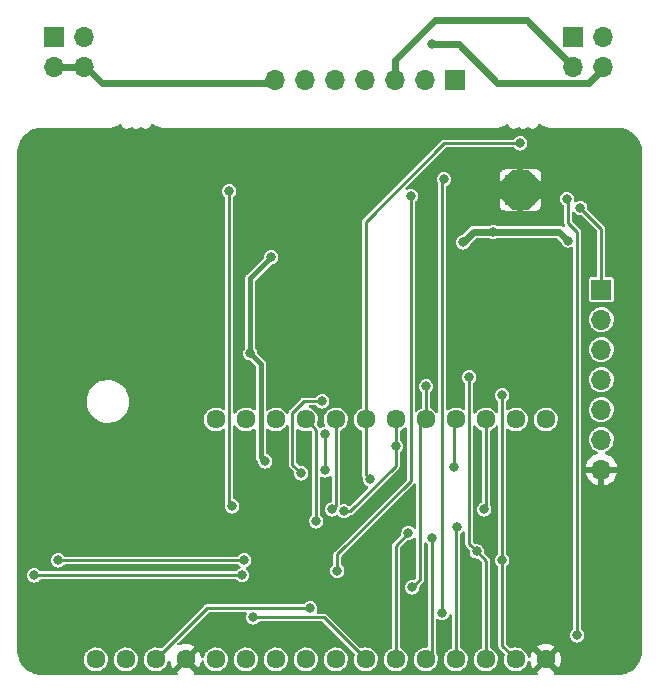
<source format=gbr>
G04 #@! TF.GenerationSoftware,KiCad,Pcbnew,(5.99.0-6632-gb710573c5)*
G04 #@! TF.CreationDate,2020-11-23T17:19:51-05:00*
G04 #@! TF.ProjectId,syringe_board,73797269-6e67-4655-9f62-6f6172642e6b,3.3*
G04 #@! TF.SameCoordinates,Original*
G04 #@! TF.FileFunction,Copper,L2,Bot*
G04 #@! TF.FilePolarity,Positive*
%FSLAX46Y46*%
G04 Gerber Fmt 4.6, Leading zero omitted, Abs format (unit mm)*
G04 Created by KiCad (PCBNEW (5.99.0-6632-gb710573c5)) date 2020-11-23 17:19:51*
%MOMM*%
%LPD*%
G01*
G04 APERTURE LIST*
G04 #@! TA.AperFunction,ComponentPad*
%ADD10C,1.609600*%
G04 #@! TD*
G04 #@! TA.AperFunction,ComponentPad*
%ADD11C,0.500000*%
G04 #@! TD*
G04 #@! TA.AperFunction,SMDPad,CuDef*
%ADD12R,2.500000X2.500000*%
G04 #@! TD*
G04 #@! TA.AperFunction,ComponentPad*
%ADD13R,1.700000X1.700000*%
G04 #@! TD*
G04 #@! TA.AperFunction,ComponentPad*
%ADD14O,1.700000X1.700000*%
G04 #@! TD*
G04 #@! TA.AperFunction,ViaPad*
%ADD15C,0.800000*%
G04 #@! TD*
G04 #@! TA.AperFunction,Conductor*
%ADD16C,0.609600*%
G04 #@! TD*
G04 #@! TA.AperFunction,Conductor*
%ADD17C,0.457200*%
G04 #@! TD*
G04 #@! TA.AperFunction,Conductor*
%ADD18C,0.254000*%
G04 #@! TD*
G04 #@! TA.AperFunction,Conductor*
%ADD19C,0.250000*%
G04 #@! TD*
G04 APERTURE END LIST*
D10*
X122809000Y-127508000D03*
X125349000Y-127508000D03*
X127889000Y-127508000D03*
X130429000Y-127508000D03*
X132969000Y-127508000D03*
X135509000Y-127508000D03*
X138049000Y-127508000D03*
X140589000Y-127508000D03*
X143129000Y-127508000D03*
X145669000Y-127508000D03*
X148209000Y-127508000D03*
X150749000Y-127508000D03*
X153289000Y-127508000D03*
X155829000Y-127508000D03*
X158369000Y-127508000D03*
X160909000Y-127508000D03*
X160909000Y-107188000D03*
X158369000Y-107188000D03*
X155829000Y-107188000D03*
X153289000Y-107188000D03*
X150749000Y-107188000D03*
X148209000Y-107188000D03*
X145669000Y-107188000D03*
X143129000Y-107188000D03*
X140589000Y-107188000D03*
X138049000Y-107188000D03*
X135509000Y-107188000D03*
X132969000Y-107188000D03*
D11*
X158754000Y-88756250D03*
X157754000Y-87756250D03*
X159754000Y-88756250D03*
X159754000Y-86756250D03*
X157754000Y-86756250D03*
X157754000Y-88756250D03*
X158754000Y-86756250D03*
X159754000Y-87756250D03*
X158754000Y-87756250D03*
D12*
X158754000Y-87756250D03*
D13*
X119275000Y-74778000D03*
D14*
X121815000Y-74778000D03*
X119275000Y-77318000D03*
X121815000Y-77318000D03*
D13*
X165608000Y-96192000D03*
D14*
X165608000Y-98732000D03*
X165608000Y-101272000D03*
X165608000Y-103812000D03*
X165608000Y-106352000D03*
X165608000Y-108892000D03*
X165608000Y-111432000D03*
D13*
X153237000Y-78486000D03*
D14*
X150697000Y-78486000D03*
X148157000Y-78486000D03*
X145617000Y-78486000D03*
X143077000Y-78486000D03*
X140537000Y-78486000D03*
X137997000Y-78486000D03*
D13*
X163217000Y-74778000D03*
D14*
X165757000Y-74778000D03*
X163217000Y-77318000D03*
X165757000Y-77318000D03*
D15*
X153924000Y-92202002D03*
X162796500Y-92048750D03*
X156464000Y-91304250D03*
X139446000Y-119735600D03*
X126238000Y-98806000D03*
X135636000Y-116840000D03*
X141478000Y-117348000D03*
X141478000Y-85344000D03*
X137160000Y-110744000D03*
X135890000Y-101600000D03*
X137668000Y-93472000D03*
X154432000Y-103632000D03*
X155052586Y-118370990D03*
X141478000Y-115824000D03*
X142240000Y-108391390D03*
X142240000Y-111506000D03*
X141986000Y-105664000D03*
X140208000Y-111760000D03*
X134366000Y-114554000D03*
X134112000Y-87884000D03*
X149281719Y-116825010D03*
X151257000Y-117221000D03*
X153416000Y-116332000D03*
X157226000Y-105156000D03*
X157226000Y-119126000D03*
X149479000Y-88265000D03*
X143256000Y-120015000D03*
X152146000Y-123571000D03*
X152273000Y-86868000D03*
X150774400Y-104394000D03*
X149606000Y-121412000D03*
X155702000Y-114808000D03*
X146043976Y-112261976D03*
X158750000Y-83820000D03*
X143800990Y-114967441D03*
X148209000Y-109448600D03*
X142812816Y-114814026D03*
X153162000Y-111252000D03*
X136144000Y-123952000D03*
X163576000Y-125476000D03*
X162687000Y-88519000D03*
X117602000Y-120396000D03*
X135194610Y-120389198D03*
X119634000Y-119126000D03*
X135382000Y-119126000D03*
X151279000Y-75438000D03*
X163830000Y-89281000D03*
X140965331Y-123185331D03*
D16*
X156464000Y-91304250D02*
X162052000Y-91304250D01*
X156464000Y-91304250D02*
X154821752Y-91304250D01*
X162052000Y-91304250D02*
X162796500Y-92048750D01*
X154821752Y-91304250D02*
X153924000Y-92202002D01*
D17*
X137160000Y-110744000D02*
X136760001Y-110344001D01*
X136760001Y-110344001D02*
X136760001Y-102470001D01*
X135890000Y-95250000D02*
X135890000Y-101600000D01*
X137668000Y-93472000D02*
X135890000Y-95250000D01*
X136760001Y-102470001D02*
X135890000Y-101600000D01*
D18*
X155829000Y-127508000D02*
X155829000Y-119147404D01*
D19*
X154432000Y-117750404D02*
X155052586Y-118370990D01*
X154432000Y-103632000D02*
X154432000Y-117750404D01*
D18*
X155829000Y-119147404D02*
X155052586Y-118370990D01*
D19*
X141478000Y-108077000D02*
X140589000Y-107188000D01*
X141478000Y-115824000D02*
X141478000Y-108077000D01*
X142240000Y-111506000D02*
X142240000Y-108391390D01*
X140440894Y-105664000D02*
X141986000Y-105664000D01*
X140208000Y-111760000D02*
X139459199Y-111011199D01*
X139459199Y-106645695D02*
X140440894Y-105664000D01*
X139459199Y-111011199D02*
X139459199Y-106645695D01*
X134112000Y-87884000D02*
X134112000Y-114300000D01*
X134112000Y-114300000D02*
X134366000Y-114554000D01*
X148209000Y-117897729D02*
X149281719Y-116825010D01*
X148209000Y-127508000D02*
X148209000Y-117897729D01*
X151257000Y-127000000D02*
X151257000Y-117221000D01*
X150749000Y-127508000D02*
X151257000Y-127000000D01*
X153289000Y-127508000D02*
X153289000Y-116459000D01*
X153289000Y-116459000D02*
X153416000Y-116332000D01*
X157226000Y-126365000D02*
X158369000Y-127508000D01*
X157226000Y-105156000D02*
X157226000Y-126365000D01*
X143256000Y-118618000D02*
X149479000Y-112395000D01*
X143256000Y-120015000D02*
X143256000Y-118618000D01*
X149479000Y-112395000D02*
X149479000Y-88265000D01*
X152273000Y-86868000D02*
X152146000Y-86995000D01*
X152146000Y-86995000D02*
X152146000Y-123571000D01*
X150749000Y-107188000D02*
X150749000Y-104419400D01*
X149606000Y-121412000D02*
X150266400Y-120751600D01*
X150749000Y-104419400D02*
X150774400Y-104394000D01*
X150266400Y-120751600D02*
X150266400Y-107670600D01*
X150266400Y-107670600D02*
X150749000Y-107188000D01*
D18*
X155829000Y-114681000D02*
X155702000Y-114808000D01*
X155829000Y-107188000D02*
X155829000Y-114681000D01*
D19*
X152298400Y-83820000D02*
X158750000Y-83820000D01*
X145669000Y-107188000D02*
X145669000Y-90449400D01*
D18*
X145669000Y-111887000D02*
X146043976Y-112261976D01*
X145669000Y-107188000D02*
X145669000Y-111887000D01*
D19*
X145669000Y-90449400D02*
X152298400Y-83820000D01*
D18*
X148209000Y-109448600D02*
X148209000Y-111125116D01*
X148209000Y-111125116D02*
X144366675Y-114967441D01*
X148209000Y-107188000D02*
X148209000Y-109448600D01*
X144366675Y-114967441D02*
X143800990Y-114967441D01*
X143129000Y-107188000D02*
X143129000Y-114497842D01*
X143129000Y-114497842D02*
X142812816Y-114814026D01*
D19*
X153162000Y-111252000D02*
X153162000Y-107315000D01*
X153162000Y-107315000D02*
X153289000Y-107188000D01*
X162687000Y-88773000D02*
X162687000Y-88519000D01*
X162814000Y-90551000D02*
X162814000Y-88900000D01*
D18*
X142113000Y-123952000D02*
X136144000Y-123952000D01*
D19*
X162814000Y-88900000D02*
X162687000Y-88773000D01*
D18*
X145669000Y-127508000D02*
X142113000Y-123952000D01*
D19*
X163576000Y-91313000D02*
X162814000Y-90551000D01*
X163576000Y-125476000D02*
X163576000Y-91313000D01*
X117608802Y-120389198D02*
X117602000Y-120396000D01*
X135194610Y-120389198D02*
X117608802Y-120389198D01*
X135382000Y-119126000D02*
X119634000Y-119126000D01*
D16*
X148157000Y-76782000D02*
X148157000Y-78486000D01*
X163217000Y-77318000D02*
X159305000Y-73406000D01*
X159305000Y-73406000D02*
X151533000Y-73406000D01*
X151533000Y-73406000D02*
X148157000Y-76782000D01*
X165757000Y-77470000D02*
X164554199Y-78672801D01*
X156799801Y-78672801D02*
X153565000Y-75438000D01*
X164554199Y-78672801D02*
X156799801Y-78672801D01*
X153565000Y-75438000D02*
X151279000Y-75438000D01*
D18*
X165608000Y-95294250D02*
X165608000Y-91059000D01*
X165608000Y-91059000D02*
X163830000Y-89281000D01*
D16*
X123339000Y-78740000D02*
X122069000Y-77470000D01*
X137743000Y-78740000D02*
X123339000Y-78740000D01*
X119529000Y-77318000D02*
X122069000Y-77318000D01*
X137997000Y-78486000D02*
X137743000Y-78740000D01*
D19*
X127889000Y-127508000D02*
X132211669Y-123185331D01*
X132211669Y-123185331D02*
X140965331Y-123185331D01*
G04 #@! TA.AperFunction,Conductor*
G36*
X157706614Y-82178105D02*
G01*
X157773176Y-82255771D01*
X157792304Y-82319730D01*
X157797535Y-82327558D01*
X157797536Y-82327561D01*
X157862235Y-82424390D01*
X157867468Y-82432221D01*
X157972386Y-82517638D01*
X157981117Y-82521174D01*
X157981118Y-82521175D01*
X158030319Y-82541103D01*
X158097782Y-82568428D01*
X158107167Y-82569241D01*
X158107168Y-82569241D01*
X158223190Y-82579290D01*
X158223193Y-82579290D01*
X158232570Y-82580102D01*
X158241771Y-82578121D01*
X158241773Y-82578121D01*
X158355627Y-82553609D01*
X158355630Y-82553608D01*
X158364831Y-82551627D01*
X158373043Y-82547028D01*
X158373046Y-82547027D01*
X158459177Y-82498791D01*
X158482873Y-82485521D01*
X158511791Y-82455207D01*
X158573280Y-82419724D01*
X158644196Y-82423118D01*
X158682509Y-82444467D01*
X158698678Y-82457630D01*
X158751482Y-82500619D01*
X158772386Y-82517638D01*
X158781117Y-82521174D01*
X158781118Y-82521175D01*
X158830319Y-82541103D01*
X158897782Y-82568428D01*
X158907167Y-82569241D01*
X158907168Y-82569241D01*
X159023190Y-82579290D01*
X159023193Y-82579290D01*
X159032570Y-82580102D01*
X159041771Y-82578121D01*
X159041773Y-82578121D01*
X159155627Y-82553609D01*
X159155630Y-82553608D01*
X159164831Y-82551627D01*
X159173043Y-82547028D01*
X159173046Y-82547027D01*
X159259177Y-82498791D01*
X159282873Y-82485521D01*
X159311791Y-82455207D01*
X159373280Y-82419724D01*
X159444196Y-82423118D01*
X159482509Y-82444467D01*
X159498678Y-82457630D01*
X159551482Y-82500619D01*
X159572386Y-82517638D01*
X159581117Y-82521174D01*
X159581118Y-82521175D01*
X159630319Y-82541103D01*
X159697782Y-82568428D01*
X159707167Y-82569241D01*
X159707168Y-82569241D01*
X159823190Y-82579290D01*
X159823193Y-82579290D01*
X159832570Y-82580102D01*
X159841771Y-82578121D01*
X159841773Y-82578121D01*
X159955627Y-82553609D01*
X159955630Y-82553608D01*
X159964831Y-82551627D01*
X159973043Y-82547028D01*
X159973046Y-82547027D01*
X160059177Y-82498791D01*
X160082873Y-82485521D01*
X160176258Y-82387627D01*
X160236731Y-82266603D01*
X160238278Y-82257309D01*
X160238844Y-82255567D01*
X160278919Y-82196962D01*
X160344316Y-82169326D01*
X160439669Y-82197985D01*
X160466400Y-82220415D01*
X160469700Y-82223184D01*
X160474537Y-82227459D01*
X160482476Y-82234850D01*
X160486088Y-82236936D01*
X160489142Y-82239498D01*
X160495429Y-82242722D01*
X160495432Y-82242724D01*
X160498731Y-82244415D01*
X160504233Y-82247411D01*
X160537474Y-82266603D01*
X160690717Y-82355080D01*
X160696245Y-82358465D01*
X160699342Y-82360472D01*
X160705327Y-82364351D01*
X160709246Y-82365777D01*
X160712699Y-82367771D01*
X160723024Y-82370957D01*
X160728953Y-82372950D01*
X160925446Y-82444467D01*
X160931240Y-82446576D01*
X160937282Y-82448953D01*
X160940715Y-82450407D01*
X160940720Y-82450408D01*
X160947281Y-82453187D01*
X160951395Y-82453912D01*
X160955136Y-82455274D01*
X160962159Y-82456155D01*
X160962158Y-82456155D01*
X160965823Y-82456615D01*
X160972007Y-82457547D01*
X161063384Y-82473659D01*
X161179166Y-82494074D01*
X161188109Y-82495988D01*
X161189746Y-82496401D01*
X161189751Y-82496402D01*
X161196660Y-82498145D01*
X161202949Y-82498278D01*
X161202964Y-82498280D01*
X161203038Y-82498283D01*
X161209082Y-82499349D01*
X161217905Y-82498910D01*
X161226819Y-82498782D01*
X161273508Y-82499768D01*
X161344517Y-82501268D01*
X161344520Y-82501268D01*
X161351586Y-82501417D01*
X161365300Y-82498592D01*
X161390722Y-82496000D01*
X166945572Y-82496000D01*
X166965561Y-82498431D01*
X166965618Y-82497994D01*
X166972692Y-82498912D01*
X166979606Y-82500619D01*
X167080540Y-82502238D01*
X167132364Y-82503069D01*
X167146789Y-82504131D01*
X167403195Y-82537887D01*
X167419360Y-82541102D01*
X167666602Y-82607350D01*
X167682210Y-82612648D01*
X167918694Y-82710604D01*
X167933466Y-82717889D01*
X168155142Y-82845874D01*
X168168832Y-82855022D01*
X168276486Y-82937628D01*
X168371911Y-83010851D01*
X168384302Y-83021718D01*
X168565286Y-83202702D01*
X168576154Y-83215093D01*
X168731978Y-83418168D01*
X168741134Y-83431871D01*
X168869117Y-83653542D01*
X168876398Y-83668309D01*
X168922808Y-83780352D01*
X168974353Y-83904794D01*
X168979651Y-83920401D01*
X169045897Y-84167635D01*
X169049112Y-84183800D01*
X169082869Y-84440211D01*
X169083931Y-84454636D01*
X169086378Y-84607202D01*
X169088061Y-84614069D01*
X169088965Y-84621085D01*
X169088569Y-84621136D01*
X169091001Y-84641281D01*
X169091000Y-126686572D01*
X169088569Y-126706561D01*
X169089006Y-126706618D01*
X169088088Y-126713692D01*
X169086381Y-126720606D01*
X169085378Y-126783140D01*
X169083931Y-126873364D01*
X169082869Y-126887789D01*
X169049113Y-127144194D01*
X169045898Y-127160359D01*
X168979651Y-127407600D01*
X168974353Y-127423207D01*
X168886970Y-127634169D01*
X168876399Y-127659689D01*
X168869115Y-127674460D01*
X168741136Y-127896125D01*
X168731980Y-127909827D01*
X168576161Y-128112898D01*
X168565294Y-128125290D01*
X168384306Y-128306280D01*
X168371914Y-128317147D01*
X168168834Y-128472976D01*
X168155135Y-128482130D01*
X168044301Y-128546120D01*
X167933472Y-128610107D01*
X167918691Y-128617397D01*
X167682206Y-128715354D01*
X167666598Y-128720652D01*
X167419365Y-128786897D01*
X167403200Y-128790112D01*
X167146789Y-128823869D01*
X167132364Y-128824931D01*
X167095379Y-128825524D01*
X166979798Y-128827378D01*
X166972931Y-128829061D01*
X166965915Y-128829965D01*
X166965864Y-128829568D01*
X166945723Y-128832000D01*
X161706525Y-128832000D01*
X161638404Y-128811998D01*
X161591911Y-128758342D01*
X161581807Y-128688068D01*
X161619271Y-128627152D01*
X161614174Y-128623078D01*
X161633860Y-128598450D01*
X161626794Y-128585005D01*
X160921811Y-127880021D01*
X160907868Y-127872408D01*
X160906034Y-127872539D01*
X160899420Y-127876790D01*
X160190483Y-128585728D01*
X160184056Y-128597498D01*
X160205062Y-128624649D01*
X160202688Y-128626485D01*
X160228073Y-128658241D01*
X160235384Y-128728860D01*
X160203355Y-128792221D01*
X160111475Y-128832000D01*
X131226525Y-128832000D01*
X131158404Y-128811998D01*
X131111911Y-128758342D01*
X131101807Y-128688068D01*
X131139271Y-128627152D01*
X131134174Y-128623078D01*
X131153860Y-128598450D01*
X131146794Y-128585005D01*
X130441811Y-127880021D01*
X130427868Y-127872408D01*
X130426034Y-127872539D01*
X130419420Y-127876790D01*
X129710483Y-128585728D01*
X129704056Y-128597498D01*
X129725062Y-128624649D01*
X129722688Y-128626485D01*
X129748073Y-128658241D01*
X129755384Y-128728860D01*
X129723355Y-128792221D01*
X129631475Y-128832000D01*
X118296428Y-128832000D01*
X118276439Y-128829569D01*
X118276382Y-128830006D01*
X118269308Y-128829088D01*
X118262394Y-128827381D01*
X118161460Y-128825762D01*
X118109636Y-128824931D01*
X118095211Y-128823869D01*
X117838806Y-128790113D01*
X117822641Y-128786898D01*
X117575400Y-128720651D01*
X117559793Y-128715353D01*
X117493921Y-128688068D01*
X117323306Y-128617397D01*
X117308540Y-128610115D01*
X117086871Y-128482134D01*
X117073173Y-128472980D01*
X116870102Y-128317161D01*
X116857710Y-128306294D01*
X116676720Y-128125306D01*
X116665853Y-128112914D01*
X116510024Y-127909834D01*
X116500867Y-127896130D01*
X116500865Y-127896125D01*
X116405734Y-127731354D01*
X116372893Y-127674472D01*
X116365603Y-127659691D01*
X116343587Y-127606539D01*
X121804019Y-127606539D01*
X121844360Y-127806606D01*
X121875523Y-127880021D01*
X121886632Y-127906191D01*
X121924106Y-127994475D01*
X122039999Y-128162471D01*
X122187305Y-128303733D01*
X122192701Y-128307131D01*
X122354604Y-128409088D01*
X122354608Y-128409090D01*
X122360007Y-128412490D01*
X122365976Y-128414734D01*
X122365981Y-128414736D01*
X122478164Y-128456902D01*
X122551051Y-128484298D01*
X122557349Y-128485296D01*
X122557351Y-128485296D01*
X122640502Y-128498466D01*
X122752631Y-128516225D01*
X122956515Y-128506967D01*
X122962697Y-128505403D01*
X122962702Y-128505402D01*
X123148176Y-128458470D01*
X123148178Y-128458469D01*
X123154372Y-128456902D01*
X123160125Y-128454121D01*
X123332373Y-128370853D01*
X123332375Y-128370852D01*
X123338121Y-128368074D01*
X123343190Y-128364198D01*
X123343194Y-128364196D01*
X123495182Y-128247992D01*
X123500256Y-128244113D01*
X123634153Y-128090081D01*
X123734343Y-127912272D01*
X123796733Y-127717949D01*
X123808835Y-127606539D01*
X124344019Y-127606539D01*
X124384360Y-127806606D01*
X124415523Y-127880021D01*
X124426632Y-127906191D01*
X124464106Y-127994475D01*
X124579999Y-128162471D01*
X124727305Y-128303733D01*
X124732701Y-128307131D01*
X124894604Y-128409088D01*
X124894608Y-128409090D01*
X124900007Y-128412490D01*
X124905976Y-128414734D01*
X124905981Y-128414736D01*
X125018164Y-128456902D01*
X125091051Y-128484298D01*
X125097349Y-128485296D01*
X125097351Y-128485296D01*
X125180502Y-128498466D01*
X125292631Y-128516225D01*
X125496515Y-128506967D01*
X125502697Y-128505403D01*
X125502702Y-128505402D01*
X125688176Y-128458470D01*
X125688178Y-128458469D01*
X125694372Y-128456902D01*
X125700125Y-128454121D01*
X125872373Y-128370853D01*
X125872375Y-128370852D01*
X125878121Y-128368074D01*
X125883190Y-128364198D01*
X125883194Y-128364196D01*
X126035182Y-128247992D01*
X126040256Y-128244113D01*
X126174153Y-128090081D01*
X126274343Y-127912272D01*
X126336733Y-127717949D01*
X126348835Y-127606539D01*
X126884019Y-127606539D01*
X126924360Y-127806606D01*
X126955523Y-127880021D01*
X126966632Y-127906191D01*
X127004106Y-127994475D01*
X127119999Y-128162471D01*
X127267305Y-128303733D01*
X127272701Y-128307131D01*
X127434604Y-128409088D01*
X127434608Y-128409090D01*
X127440007Y-128412490D01*
X127445976Y-128414734D01*
X127445981Y-128414736D01*
X127558164Y-128456902D01*
X127631051Y-128484298D01*
X127637349Y-128485296D01*
X127637351Y-128485296D01*
X127720502Y-128498466D01*
X127832631Y-128516225D01*
X128036515Y-128506967D01*
X128042697Y-128505403D01*
X128042702Y-128505402D01*
X128228176Y-128458470D01*
X128228178Y-128458469D01*
X128234372Y-128456902D01*
X128240125Y-128454121D01*
X128412373Y-128370853D01*
X128412375Y-128370852D01*
X128418121Y-128368074D01*
X128423190Y-128364198D01*
X128423194Y-128364196D01*
X128575182Y-128247992D01*
X128580256Y-128244113D01*
X128714153Y-128090081D01*
X128814343Y-127912272D01*
X128876733Y-127717949D01*
X128877422Y-127711607D01*
X128877423Y-127711602D01*
X128877996Y-127706323D01*
X128905236Y-127640761D01*
X128963598Y-127600333D01*
X129034552Y-127597876D01*
X129095571Y-127634169D01*
X129128779Y-127708945D01*
X129130739Y-127731345D01*
X129132644Y-127742147D01*
X129189250Y-127953404D01*
X129192996Y-127963696D01*
X129285427Y-128161915D01*
X129290906Y-128171405D01*
X129328074Y-128224486D01*
X129338550Y-128232860D01*
X129351998Y-128225791D01*
X130068657Y-127509132D01*
X130793408Y-127509132D01*
X130793539Y-127510966D01*
X130797790Y-127517580D01*
X131506728Y-128226517D01*
X131518498Y-128232944D01*
X131530513Y-128223648D01*
X131567094Y-128171405D01*
X131572573Y-128161915D01*
X131665004Y-127963696D01*
X131668750Y-127953404D01*
X131725356Y-127742147D01*
X131727259Y-127731355D01*
X131730311Y-127696474D01*
X131756175Y-127630356D01*
X131813678Y-127588717D01*
X131884565Y-127584776D01*
X131946330Y-127619785D01*
X131979346Y-127682551D01*
X132004360Y-127806606D01*
X132035523Y-127880021D01*
X132046632Y-127906191D01*
X132084106Y-127994475D01*
X132199999Y-128162471D01*
X132347305Y-128303733D01*
X132352701Y-128307131D01*
X132514604Y-128409088D01*
X132514608Y-128409090D01*
X132520007Y-128412490D01*
X132525976Y-128414734D01*
X132525981Y-128414736D01*
X132638164Y-128456902D01*
X132711051Y-128484298D01*
X132717349Y-128485296D01*
X132717351Y-128485296D01*
X132800502Y-128498466D01*
X132912631Y-128516225D01*
X133116515Y-128506967D01*
X133122697Y-128505403D01*
X133122702Y-128505402D01*
X133308176Y-128458470D01*
X133308178Y-128458469D01*
X133314372Y-128456902D01*
X133320125Y-128454121D01*
X133492373Y-128370853D01*
X133492375Y-128370852D01*
X133498121Y-128368074D01*
X133503190Y-128364198D01*
X133503194Y-128364196D01*
X133655182Y-128247992D01*
X133660256Y-128244113D01*
X133794153Y-128090081D01*
X133894343Y-127912272D01*
X133956733Y-127717949D01*
X133968835Y-127606539D01*
X134504019Y-127606539D01*
X134544360Y-127806606D01*
X134575523Y-127880021D01*
X134586632Y-127906191D01*
X134624106Y-127994475D01*
X134739999Y-128162471D01*
X134887305Y-128303733D01*
X134892701Y-128307131D01*
X135054604Y-128409088D01*
X135054608Y-128409090D01*
X135060007Y-128412490D01*
X135065976Y-128414734D01*
X135065981Y-128414736D01*
X135178164Y-128456902D01*
X135251051Y-128484298D01*
X135257349Y-128485296D01*
X135257351Y-128485296D01*
X135340502Y-128498466D01*
X135452631Y-128516225D01*
X135656515Y-128506967D01*
X135662697Y-128505403D01*
X135662702Y-128505402D01*
X135848176Y-128458470D01*
X135848178Y-128458469D01*
X135854372Y-128456902D01*
X135860125Y-128454121D01*
X136032373Y-128370853D01*
X136032375Y-128370852D01*
X136038121Y-128368074D01*
X136043190Y-128364198D01*
X136043194Y-128364196D01*
X136195182Y-128247992D01*
X136200256Y-128244113D01*
X136334153Y-128090081D01*
X136434343Y-127912272D01*
X136496733Y-127717949D01*
X136508835Y-127606539D01*
X137044019Y-127606539D01*
X137084360Y-127806606D01*
X137115523Y-127880021D01*
X137126632Y-127906191D01*
X137164106Y-127994475D01*
X137279999Y-128162471D01*
X137427305Y-128303733D01*
X137432701Y-128307131D01*
X137594604Y-128409088D01*
X137594608Y-128409090D01*
X137600007Y-128412490D01*
X137605976Y-128414734D01*
X137605981Y-128414736D01*
X137718164Y-128456902D01*
X137791051Y-128484298D01*
X137797349Y-128485296D01*
X137797351Y-128485296D01*
X137880502Y-128498466D01*
X137992631Y-128516225D01*
X138196515Y-128506967D01*
X138202697Y-128505403D01*
X138202702Y-128505402D01*
X138388176Y-128458470D01*
X138388178Y-128458469D01*
X138394372Y-128456902D01*
X138400125Y-128454121D01*
X138572373Y-128370853D01*
X138572375Y-128370852D01*
X138578121Y-128368074D01*
X138583190Y-128364198D01*
X138583194Y-128364196D01*
X138735182Y-128247992D01*
X138740256Y-128244113D01*
X138874153Y-128090081D01*
X138974343Y-127912272D01*
X139036733Y-127717949D01*
X139048835Y-127606539D01*
X139584019Y-127606539D01*
X139624360Y-127806606D01*
X139655523Y-127880021D01*
X139666632Y-127906191D01*
X139704106Y-127994475D01*
X139819999Y-128162471D01*
X139967305Y-128303733D01*
X139972701Y-128307131D01*
X140134604Y-128409088D01*
X140134608Y-128409090D01*
X140140007Y-128412490D01*
X140145976Y-128414734D01*
X140145981Y-128414736D01*
X140258164Y-128456902D01*
X140331051Y-128484298D01*
X140337349Y-128485296D01*
X140337351Y-128485296D01*
X140420502Y-128498466D01*
X140532631Y-128516225D01*
X140736515Y-128506967D01*
X140742697Y-128505403D01*
X140742702Y-128505402D01*
X140928176Y-128458470D01*
X140928178Y-128458469D01*
X140934372Y-128456902D01*
X140940125Y-128454121D01*
X141112373Y-128370853D01*
X141112375Y-128370852D01*
X141118121Y-128368074D01*
X141123190Y-128364198D01*
X141123194Y-128364196D01*
X141275182Y-128247992D01*
X141280256Y-128244113D01*
X141414153Y-128090081D01*
X141514343Y-127912272D01*
X141576733Y-127717949D01*
X141588835Y-127606539D01*
X142124019Y-127606539D01*
X142164360Y-127806606D01*
X142195523Y-127880021D01*
X142206632Y-127906191D01*
X142244106Y-127994475D01*
X142359999Y-128162471D01*
X142507305Y-128303733D01*
X142512701Y-128307131D01*
X142674604Y-128409088D01*
X142674608Y-128409090D01*
X142680007Y-128412490D01*
X142685976Y-128414734D01*
X142685981Y-128414736D01*
X142798164Y-128456902D01*
X142871051Y-128484298D01*
X142877349Y-128485296D01*
X142877351Y-128485296D01*
X142960502Y-128498466D01*
X143072631Y-128516225D01*
X143276515Y-128506967D01*
X143282697Y-128505403D01*
X143282702Y-128505402D01*
X143468176Y-128458470D01*
X143468178Y-128458469D01*
X143474372Y-128456902D01*
X143480125Y-128454121D01*
X143652373Y-128370853D01*
X143652375Y-128370852D01*
X143658121Y-128368074D01*
X143663190Y-128364198D01*
X143663194Y-128364196D01*
X143815182Y-128247992D01*
X143820256Y-128244113D01*
X143954153Y-128090081D01*
X144054343Y-127912272D01*
X144116733Y-127717949D01*
X144134323Y-127556029D01*
X144138420Y-127518321D01*
X144138420Y-127518314D01*
X144138775Y-127515050D01*
X144138800Y-127508000D01*
X144118175Y-127304952D01*
X144057143Y-127110197D01*
X143958196Y-126931693D01*
X143825378Y-126776731D01*
X143664112Y-126651641D01*
X143480988Y-126561533D01*
X143474810Y-126559924D01*
X143474808Y-126559923D01*
X143289667Y-126511697D01*
X143289664Y-126511697D01*
X143283485Y-126510087D01*
X143195902Y-126505497D01*
X143086053Y-126499740D01*
X143086049Y-126499740D01*
X143079672Y-126499406D01*
X142916903Y-126524022D01*
X142884187Y-126528970D01*
X142884186Y-126528970D01*
X142877873Y-126529925D01*
X142871887Y-126532128D01*
X142871881Y-126532129D01*
X142778256Y-126566577D01*
X142686333Y-126600398D01*
X142680917Y-126603756D01*
X142680913Y-126603758D01*
X142518298Y-126704583D01*
X142518294Y-126704586D01*
X142512875Y-126707946D01*
X142508237Y-126712332D01*
X142425888Y-126790206D01*
X142364586Y-126848176D01*
X142360924Y-126853406D01*
X142360923Y-126853407D01*
X142253599Y-127006682D01*
X142247523Y-127015359D01*
X142231538Y-127052299D01*
X142184774Y-127160365D01*
X142166468Y-127202667D01*
X142165163Y-127208914D01*
X142165162Y-127208917D01*
X142126038Y-127396193D01*
X142126037Y-127396198D01*
X142124732Y-127402447D01*
X142124649Y-127426276D01*
X142124159Y-127566560D01*
X142124019Y-127606539D01*
X141588835Y-127606539D01*
X141594323Y-127556029D01*
X141598420Y-127518321D01*
X141598420Y-127518314D01*
X141598775Y-127515050D01*
X141598800Y-127508000D01*
X141578175Y-127304952D01*
X141517143Y-127110197D01*
X141418196Y-126931693D01*
X141285378Y-126776731D01*
X141124112Y-126651641D01*
X140940988Y-126561533D01*
X140934810Y-126559924D01*
X140934808Y-126559923D01*
X140749667Y-126511697D01*
X140749664Y-126511697D01*
X140743485Y-126510087D01*
X140655902Y-126505497D01*
X140546053Y-126499740D01*
X140546049Y-126499740D01*
X140539672Y-126499406D01*
X140376903Y-126524022D01*
X140344187Y-126528970D01*
X140344186Y-126528970D01*
X140337873Y-126529925D01*
X140331887Y-126532128D01*
X140331881Y-126532129D01*
X140238256Y-126566577D01*
X140146333Y-126600398D01*
X140140917Y-126603756D01*
X140140913Y-126603758D01*
X139978298Y-126704583D01*
X139978294Y-126704586D01*
X139972875Y-126707946D01*
X139968237Y-126712332D01*
X139885888Y-126790206D01*
X139824586Y-126848176D01*
X139820924Y-126853406D01*
X139820923Y-126853407D01*
X139713599Y-127006682D01*
X139707523Y-127015359D01*
X139691538Y-127052299D01*
X139644774Y-127160365D01*
X139626468Y-127202667D01*
X139625163Y-127208914D01*
X139625162Y-127208917D01*
X139586038Y-127396193D01*
X139586037Y-127396198D01*
X139584732Y-127402447D01*
X139584649Y-127426276D01*
X139584159Y-127566560D01*
X139584019Y-127606539D01*
X139048835Y-127606539D01*
X139054323Y-127556029D01*
X139058420Y-127518321D01*
X139058420Y-127518314D01*
X139058775Y-127515050D01*
X139058800Y-127508000D01*
X139038175Y-127304952D01*
X138977143Y-127110197D01*
X138878196Y-126931693D01*
X138745378Y-126776731D01*
X138584112Y-126651641D01*
X138400988Y-126561533D01*
X138394810Y-126559924D01*
X138394808Y-126559923D01*
X138209667Y-126511697D01*
X138209664Y-126511697D01*
X138203485Y-126510087D01*
X138115902Y-126505497D01*
X138006053Y-126499740D01*
X138006049Y-126499740D01*
X137999672Y-126499406D01*
X137836903Y-126524022D01*
X137804187Y-126528970D01*
X137804186Y-126528970D01*
X137797873Y-126529925D01*
X137791887Y-126532128D01*
X137791881Y-126532129D01*
X137698256Y-126566577D01*
X137606333Y-126600398D01*
X137600917Y-126603756D01*
X137600913Y-126603758D01*
X137438298Y-126704583D01*
X137438294Y-126704586D01*
X137432875Y-126707946D01*
X137428237Y-126712332D01*
X137345888Y-126790206D01*
X137284586Y-126848176D01*
X137280924Y-126853406D01*
X137280923Y-126853407D01*
X137173599Y-127006682D01*
X137167523Y-127015359D01*
X137151538Y-127052299D01*
X137104774Y-127160365D01*
X137086468Y-127202667D01*
X137085163Y-127208914D01*
X137085162Y-127208917D01*
X137046038Y-127396193D01*
X137046037Y-127396198D01*
X137044732Y-127402447D01*
X137044649Y-127426276D01*
X137044159Y-127566560D01*
X137044019Y-127606539D01*
X136508835Y-127606539D01*
X136514323Y-127556029D01*
X136518420Y-127518321D01*
X136518420Y-127518314D01*
X136518775Y-127515050D01*
X136518800Y-127508000D01*
X136498175Y-127304952D01*
X136437143Y-127110197D01*
X136338196Y-126931693D01*
X136205378Y-126776731D01*
X136044112Y-126651641D01*
X135860988Y-126561533D01*
X135854810Y-126559924D01*
X135854808Y-126559923D01*
X135669667Y-126511697D01*
X135669664Y-126511697D01*
X135663485Y-126510087D01*
X135575902Y-126505497D01*
X135466053Y-126499740D01*
X135466049Y-126499740D01*
X135459672Y-126499406D01*
X135296903Y-126524022D01*
X135264187Y-126528970D01*
X135264186Y-126528970D01*
X135257873Y-126529925D01*
X135251887Y-126532128D01*
X135251881Y-126532129D01*
X135158256Y-126566577D01*
X135066333Y-126600398D01*
X135060917Y-126603756D01*
X135060913Y-126603758D01*
X134898298Y-126704583D01*
X134898294Y-126704586D01*
X134892875Y-126707946D01*
X134888237Y-126712332D01*
X134805888Y-126790206D01*
X134744586Y-126848176D01*
X134740924Y-126853406D01*
X134740923Y-126853407D01*
X134633599Y-127006682D01*
X134627523Y-127015359D01*
X134611538Y-127052299D01*
X134564774Y-127160365D01*
X134546468Y-127202667D01*
X134545163Y-127208914D01*
X134545162Y-127208917D01*
X134506038Y-127396193D01*
X134506037Y-127396198D01*
X134504732Y-127402447D01*
X134504649Y-127426276D01*
X134504159Y-127566560D01*
X134504019Y-127606539D01*
X133968835Y-127606539D01*
X133974323Y-127556029D01*
X133978420Y-127518321D01*
X133978420Y-127518314D01*
X133978775Y-127515050D01*
X133978800Y-127508000D01*
X133958175Y-127304952D01*
X133897143Y-127110197D01*
X133798196Y-126931693D01*
X133665378Y-126776731D01*
X133504112Y-126651641D01*
X133320988Y-126561533D01*
X133314810Y-126559924D01*
X133314808Y-126559923D01*
X133129667Y-126511697D01*
X133129664Y-126511697D01*
X133123485Y-126510087D01*
X133035902Y-126505497D01*
X132926053Y-126499740D01*
X132926049Y-126499740D01*
X132919672Y-126499406D01*
X132756903Y-126524022D01*
X132724187Y-126528970D01*
X132724186Y-126528970D01*
X132717873Y-126529925D01*
X132711887Y-126532128D01*
X132711881Y-126532129D01*
X132618256Y-126566577D01*
X132526333Y-126600398D01*
X132520917Y-126603756D01*
X132520913Y-126603758D01*
X132358298Y-126704583D01*
X132358294Y-126704586D01*
X132352875Y-126707946D01*
X132348237Y-126712332D01*
X132265888Y-126790206D01*
X132204586Y-126848176D01*
X132200924Y-126853406D01*
X132200923Y-126853407D01*
X132093599Y-127006682D01*
X132087523Y-127015359D01*
X132071538Y-127052299D01*
X132024774Y-127160365D01*
X132006468Y-127202667D01*
X131998470Y-127240953D01*
X131979109Y-127333628D01*
X131945599Y-127396218D01*
X131883570Y-127430756D01*
X131812715Y-127426276D01*
X131755530Y-127384200D01*
X131730251Y-127318842D01*
X131727259Y-127284645D01*
X131725356Y-127273853D01*
X131668750Y-127062596D01*
X131665004Y-127052304D01*
X131572573Y-126854085D01*
X131567094Y-126844595D01*
X131529926Y-126791514D01*
X131519450Y-126783140D01*
X131506005Y-126790206D01*
X130801021Y-127495189D01*
X130793408Y-127509132D01*
X130068657Y-127509132D01*
X130429000Y-127148790D01*
X131147515Y-126430274D01*
X131153943Y-126418502D01*
X131144647Y-126406486D01*
X131092405Y-126369906D01*
X131082915Y-126364427D01*
X130884696Y-126271996D01*
X130874404Y-126268250D01*
X130663147Y-126211644D01*
X130652354Y-126209741D01*
X130434475Y-126190679D01*
X130423525Y-126190679D01*
X130205646Y-126209741D01*
X130194853Y-126211644D01*
X129983596Y-126268250D01*
X129973304Y-126271996D01*
X129893970Y-126308990D01*
X129823778Y-126319651D01*
X129758965Y-126290671D01*
X129720109Y-126231251D01*
X129719546Y-126160257D01*
X129751625Y-126105700D01*
X130676446Y-125180880D01*
X132309590Y-123547736D01*
X132398685Y-123510831D01*
X135488384Y-123510831D01*
X135556505Y-123530833D01*
X135602998Y-123584489D01*
X135604793Y-123685049D01*
X135565752Y-123779302D01*
X135559132Y-123795285D01*
X135538500Y-123952000D01*
X135559132Y-124108715D01*
X135619622Y-124254750D01*
X135715847Y-124380153D01*
X135841250Y-124476378D01*
X135987285Y-124536868D01*
X136144000Y-124557500D01*
X136152188Y-124556422D01*
X136292527Y-124537946D01*
X136300715Y-124536868D01*
X136446750Y-124476378D01*
X136572153Y-124380153D01*
X136577179Y-124373603D01*
X136577182Y-124373600D01*
X136611561Y-124328796D01*
X136668899Y-124286929D01*
X136711523Y-124279500D01*
X141925156Y-124279500D01*
X142014251Y-124316405D01*
X144704527Y-127006682D01*
X144738553Y-127068994D01*
X144731069Y-127145817D01*
X144724774Y-127160365D01*
X144706468Y-127202667D01*
X144705163Y-127208914D01*
X144705162Y-127208917D01*
X144666038Y-127396193D01*
X144666037Y-127396198D01*
X144664732Y-127402447D01*
X144664649Y-127426276D01*
X144664159Y-127566560D01*
X144664019Y-127606539D01*
X144704360Y-127806606D01*
X144735523Y-127880021D01*
X144746632Y-127906191D01*
X144784106Y-127994475D01*
X144899999Y-128162471D01*
X145047305Y-128303733D01*
X145052701Y-128307131D01*
X145214604Y-128409088D01*
X145214608Y-128409090D01*
X145220007Y-128412490D01*
X145225976Y-128414734D01*
X145225981Y-128414736D01*
X145338164Y-128456902D01*
X145411051Y-128484298D01*
X145417349Y-128485296D01*
X145417351Y-128485296D01*
X145500502Y-128498466D01*
X145612631Y-128516225D01*
X145816515Y-128506967D01*
X145822697Y-128505403D01*
X145822702Y-128505402D01*
X146008176Y-128458470D01*
X146008178Y-128458469D01*
X146014372Y-128456902D01*
X146020125Y-128454121D01*
X146192373Y-128370853D01*
X146192375Y-128370852D01*
X146198121Y-128368074D01*
X146203190Y-128364198D01*
X146203194Y-128364196D01*
X146355182Y-128247992D01*
X146360256Y-128244113D01*
X146494153Y-128090081D01*
X146594343Y-127912272D01*
X146656733Y-127717949D01*
X146674323Y-127556029D01*
X146678420Y-127518321D01*
X146678420Y-127518314D01*
X146678775Y-127515050D01*
X146678800Y-127508000D01*
X146658175Y-127304952D01*
X146597143Y-127110197D01*
X146498196Y-126931693D01*
X146365378Y-126776731D01*
X146204112Y-126651641D01*
X146020988Y-126561533D01*
X146014810Y-126559924D01*
X146014808Y-126559923D01*
X145829667Y-126511697D01*
X145829664Y-126511697D01*
X145823485Y-126510087D01*
X145735902Y-126505497D01*
X145626053Y-126499740D01*
X145626049Y-126499740D01*
X145619672Y-126499406D01*
X145456903Y-126524022D01*
X145424187Y-126528970D01*
X145424186Y-126528970D01*
X145417873Y-126529925D01*
X145411884Y-126532128D01*
X145411882Y-126532129D01*
X145395254Y-126538247D01*
X145300654Y-126573053D01*
X145229819Y-126577803D01*
X145168053Y-126543898D01*
X142358173Y-123734019D01*
X142350746Y-123725915D01*
X142333812Y-123705734D01*
X142326727Y-123697290D01*
X142293859Y-123678314D01*
X142284591Y-123672408D01*
X142262553Y-123656977D01*
X142262549Y-123656975D01*
X142253520Y-123650653D01*
X142242871Y-123647800D01*
X142239620Y-123646284D01*
X142236269Y-123645064D01*
X142226722Y-123639552D01*
X142215865Y-123637638D01*
X142215863Y-123637637D01*
X142198142Y-123634513D01*
X142189349Y-123632962D01*
X142178618Y-123630583D01*
X142152626Y-123623618D01*
X142152621Y-123623618D01*
X142141979Y-123620766D01*
X142131004Y-123621726D01*
X142131003Y-123621726D01*
X142104773Y-123624021D01*
X142093792Y-123624500D01*
X141621775Y-123624500D01*
X141553654Y-123604498D01*
X141507161Y-123550842D01*
X141505366Y-123450282D01*
X141547039Y-123349675D01*
X141550199Y-123342046D01*
X141570831Y-123185331D01*
X141550199Y-123028616D01*
X141489709Y-122882581D01*
X141393484Y-122757178D01*
X141268081Y-122660953D01*
X141122046Y-122600463D01*
X140965331Y-122579831D01*
X140808616Y-122600463D01*
X140662581Y-122660953D01*
X140537178Y-122757178D01*
X140532155Y-122763724D01*
X140496236Y-122810535D01*
X140438898Y-122852402D01*
X140396273Y-122859831D01*
X132231141Y-122859831D01*
X132220159Y-122859352D01*
X132182863Y-122856089D01*
X132172216Y-122858942D01*
X132172214Y-122858942D01*
X132153512Y-122863953D01*
X132146469Y-122865841D01*
X132135745Y-122868218D01*
X132125435Y-122870036D01*
X132109484Y-122872849D01*
X132109483Y-122872849D01*
X132098631Y-122874763D01*
X132089087Y-122880273D01*
X132085815Y-122881464D01*
X132082642Y-122882944D01*
X132071994Y-122885797D01*
X132041125Y-122907411D01*
X132031879Y-122913302D01*
X131999228Y-122932153D01*
X131992141Y-122940598D01*
X131992142Y-122940598D01*
X131975156Y-122960841D01*
X131967729Y-122968945D01*
X128394686Y-126541988D01*
X128332374Y-126576014D01*
X128252805Y-126566296D01*
X128252701Y-126566577D01*
X128251525Y-126566140D01*
X128249964Y-126565949D01*
X128246720Y-126564353D01*
X128246715Y-126564351D01*
X128240988Y-126561533D01*
X128234810Y-126559924D01*
X128234808Y-126559923D01*
X128049667Y-126511697D01*
X128049664Y-126511697D01*
X128043485Y-126510087D01*
X127955902Y-126505497D01*
X127846053Y-126499740D01*
X127846049Y-126499740D01*
X127839672Y-126499406D01*
X127676903Y-126524022D01*
X127644187Y-126528970D01*
X127644186Y-126528970D01*
X127637873Y-126529925D01*
X127631887Y-126532128D01*
X127631881Y-126532129D01*
X127538256Y-126566577D01*
X127446333Y-126600398D01*
X127440917Y-126603756D01*
X127440913Y-126603758D01*
X127278298Y-126704583D01*
X127278294Y-126704586D01*
X127272875Y-126707946D01*
X127268237Y-126712332D01*
X127185888Y-126790206D01*
X127124586Y-126848176D01*
X127120924Y-126853406D01*
X127120923Y-126853407D01*
X127013599Y-127006682D01*
X127007523Y-127015359D01*
X126991538Y-127052299D01*
X126944774Y-127160365D01*
X126926468Y-127202667D01*
X126925163Y-127208914D01*
X126925162Y-127208917D01*
X126886038Y-127396193D01*
X126886037Y-127396198D01*
X126884732Y-127402447D01*
X126884649Y-127426276D01*
X126884159Y-127566560D01*
X126884019Y-127606539D01*
X126348835Y-127606539D01*
X126354323Y-127556029D01*
X126358420Y-127518321D01*
X126358420Y-127518314D01*
X126358775Y-127515050D01*
X126358800Y-127508000D01*
X126338175Y-127304952D01*
X126277143Y-127110197D01*
X126178196Y-126931693D01*
X126045378Y-126776731D01*
X125884112Y-126651641D01*
X125700988Y-126561533D01*
X125694810Y-126559924D01*
X125694808Y-126559923D01*
X125509667Y-126511697D01*
X125509664Y-126511697D01*
X125503485Y-126510087D01*
X125415902Y-126505497D01*
X125306053Y-126499740D01*
X125306049Y-126499740D01*
X125299672Y-126499406D01*
X125136903Y-126524022D01*
X125104187Y-126528970D01*
X125104186Y-126528970D01*
X125097873Y-126529925D01*
X125091887Y-126532128D01*
X125091881Y-126532129D01*
X124998256Y-126566577D01*
X124906333Y-126600398D01*
X124900917Y-126603756D01*
X124900913Y-126603758D01*
X124738298Y-126704583D01*
X124738294Y-126704586D01*
X124732875Y-126707946D01*
X124728237Y-126712332D01*
X124645888Y-126790206D01*
X124584586Y-126848176D01*
X124580924Y-126853406D01*
X124580923Y-126853407D01*
X124473599Y-127006682D01*
X124467523Y-127015359D01*
X124451538Y-127052299D01*
X124404774Y-127160365D01*
X124386468Y-127202667D01*
X124385163Y-127208914D01*
X124385162Y-127208917D01*
X124346038Y-127396193D01*
X124346037Y-127396198D01*
X124344732Y-127402447D01*
X124344649Y-127426276D01*
X124344159Y-127566560D01*
X124344019Y-127606539D01*
X123808835Y-127606539D01*
X123814323Y-127556029D01*
X123818420Y-127518321D01*
X123818420Y-127518314D01*
X123818775Y-127515050D01*
X123818800Y-127508000D01*
X123798175Y-127304952D01*
X123737143Y-127110197D01*
X123638196Y-126931693D01*
X123505378Y-126776731D01*
X123344112Y-126651641D01*
X123160988Y-126561533D01*
X123154810Y-126559924D01*
X123154808Y-126559923D01*
X122969667Y-126511697D01*
X122969664Y-126511697D01*
X122963485Y-126510087D01*
X122875902Y-126505497D01*
X122766053Y-126499740D01*
X122766049Y-126499740D01*
X122759672Y-126499406D01*
X122596903Y-126524022D01*
X122564187Y-126528970D01*
X122564186Y-126528970D01*
X122557873Y-126529925D01*
X122551887Y-126532128D01*
X122551881Y-126532129D01*
X122458256Y-126566577D01*
X122366333Y-126600398D01*
X122360917Y-126603756D01*
X122360913Y-126603758D01*
X122198298Y-126704583D01*
X122198294Y-126704586D01*
X122192875Y-126707946D01*
X122188237Y-126712332D01*
X122105888Y-126790206D01*
X122044586Y-126848176D01*
X122040924Y-126853406D01*
X122040923Y-126853407D01*
X121933599Y-127006682D01*
X121927523Y-127015359D01*
X121911538Y-127052299D01*
X121864774Y-127160365D01*
X121846468Y-127202667D01*
X121845163Y-127208914D01*
X121845162Y-127208917D01*
X121806038Y-127396193D01*
X121806037Y-127396198D01*
X121804732Y-127402447D01*
X121804649Y-127426276D01*
X121804159Y-127566560D01*
X121804019Y-127606539D01*
X116343587Y-127606539D01*
X116267646Y-127423206D01*
X116262348Y-127407598D01*
X116196103Y-127160365D01*
X116192888Y-127144200D01*
X116159131Y-126887789D01*
X116158069Y-126873364D01*
X116156838Y-126796599D01*
X116155622Y-126720798D01*
X116153939Y-126713931D01*
X116153035Y-126706915D01*
X116153432Y-126706864D01*
X116151000Y-126686723D01*
X116151000Y-120396000D01*
X116996500Y-120396000D01*
X116997578Y-120404188D01*
X117015159Y-120537725D01*
X117017132Y-120552715D01*
X117077622Y-120698750D01*
X117131852Y-120769424D01*
X117168203Y-120816797D01*
X117173847Y-120824153D01*
X117180393Y-120829176D01*
X117208708Y-120850903D01*
X117299250Y-120920378D01*
X117445285Y-120980868D01*
X117602000Y-121001500D01*
X117610188Y-121000422D01*
X117750527Y-120981946D01*
X117758715Y-120980868D01*
X117904750Y-120920378D01*
X117991536Y-120853785D01*
X118023602Y-120829180D01*
X118023603Y-120829179D01*
X118030153Y-120824153D01*
X118035179Y-120817603D01*
X118035182Y-120817600D01*
X118076315Y-120763994D01*
X118133653Y-120722127D01*
X118176277Y-120714698D01*
X134625552Y-120714698D01*
X134693673Y-120734700D01*
X134725515Y-120763994D01*
X134766457Y-120817351D01*
X134773003Y-120822374D01*
X134777799Y-120826054D01*
X134891860Y-120913576D01*
X135037895Y-120974066D01*
X135046083Y-120975144D01*
X135074035Y-120978824D01*
X135194610Y-120994698D01*
X135202798Y-120993620D01*
X135217861Y-120991637D01*
X135315185Y-120978824D01*
X135343137Y-120975144D01*
X135351325Y-120974066D01*
X135497360Y-120913576D01*
X135611421Y-120826054D01*
X135616217Y-120822374D01*
X135622763Y-120817351D01*
X135718988Y-120691948D01*
X135779478Y-120545913D01*
X135800110Y-120389198D01*
X135789699Y-120310120D01*
X135780556Y-120240671D01*
X135779478Y-120232483D01*
X135718988Y-120086448D01*
X135622763Y-119961045D01*
X135616217Y-119956022D01*
X135616213Y-119956018D01*
X135554701Y-119908818D01*
X135512834Y-119851480D01*
X135508612Y-119780609D01*
X135543376Y-119718706D01*
X135583187Y-119692447D01*
X135583933Y-119692138D01*
X135684750Y-119650378D01*
X135810153Y-119554153D01*
X135906378Y-119428750D01*
X135966868Y-119282715D01*
X135987500Y-119126000D01*
X135966868Y-118969285D01*
X135906378Y-118823250D01*
X135810153Y-118697847D01*
X135684750Y-118601622D01*
X135538715Y-118541132D01*
X135382000Y-118520500D01*
X135225285Y-118541132D01*
X135079250Y-118601622D01*
X134953847Y-118697847D01*
X134948824Y-118704393D01*
X134912905Y-118751204D01*
X134855567Y-118793071D01*
X134812942Y-118800500D01*
X120203058Y-118800500D01*
X120134937Y-118780498D01*
X120103095Y-118751204D01*
X120067176Y-118704393D01*
X120062153Y-118697847D01*
X119936750Y-118601622D01*
X119790715Y-118541132D01*
X119634000Y-118520500D01*
X119477285Y-118541132D01*
X119331250Y-118601622D01*
X119205847Y-118697847D01*
X119109622Y-118823250D01*
X119049132Y-118969285D01*
X119028500Y-119126000D01*
X119049132Y-119282715D01*
X119109622Y-119428750D01*
X119205847Y-119554153D01*
X119331250Y-119650378D01*
X119477285Y-119710868D01*
X119634000Y-119731500D01*
X119642188Y-119730422D01*
X119782527Y-119711946D01*
X119790715Y-119710868D01*
X119936750Y-119650378D01*
X120062153Y-119554153D01*
X120103095Y-119500796D01*
X120160433Y-119458929D01*
X120203058Y-119451500D01*
X134812942Y-119451500D01*
X134881063Y-119471502D01*
X134912905Y-119500796D01*
X134953847Y-119554153D01*
X134960393Y-119559176D01*
X134960397Y-119559180D01*
X135021909Y-119606380D01*
X135063776Y-119663718D01*
X135067998Y-119734589D01*
X135033234Y-119796492D01*
X134993423Y-119822751D01*
X134891860Y-119864820D01*
X134766457Y-119961045D01*
X134761434Y-119967591D01*
X134725515Y-120014402D01*
X134668177Y-120056269D01*
X134625552Y-120063698D01*
X118165839Y-120063698D01*
X118097718Y-120043696D01*
X118065877Y-120014402D01*
X118035180Y-119974397D01*
X118035176Y-119974393D01*
X118030153Y-119967847D01*
X118021289Y-119961045D01*
X117911301Y-119876649D01*
X117904750Y-119871622D01*
X117758715Y-119811132D01*
X117602000Y-119790500D01*
X117445285Y-119811132D01*
X117299250Y-119871622D01*
X117292699Y-119876649D01*
X117182712Y-119961045D01*
X117173847Y-119967847D01*
X117077622Y-120093250D01*
X117017132Y-120239285D01*
X116996500Y-120396000D01*
X116151000Y-120396000D01*
X116151000Y-105616751D01*
X122020619Y-105616751D01*
X122020843Y-105621418D01*
X122020843Y-105621423D01*
X122023774Y-105682433D01*
X122033454Y-105883974D01*
X122045048Y-105942260D01*
X122084616Y-106141181D01*
X122085647Y-106146365D01*
X122087226Y-106150763D01*
X122087228Y-106150770D01*
X122138468Y-106293485D01*
X122176050Y-106398160D01*
X122302678Y-106633826D01*
X122305473Y-106637570D01*
X122305475Y-106637572D01*
X122459957Y-106844449D01*
X122459962Y-106844455D01*
X122462749Y-106848187D01*
X122466058Y-106851467D01*
X122466063Y-106851473D01*
X122649429Y-107033245D01*
X122652746Y-107036533D01*
X122656508Y-107039291D01*
X122656511Y-107039294D01*
X122863832Y-107191307D01*
X122868496Y-107194727D01*
X122872627Y-107196901D01*
X122872628Y-107196901D01*
X123101123Y-107317118D01*
X123101129Y-107317120D01*
X123105258Y-107319293D01*
X123109665Y-107320832D01*
X123109672Y-107320835D01*
X123347901Y-107404028D01*
X123357832Y-107407496D01*
X123362425Y-107408368D01*
X123616079Y-107456526D01*
X123616082Y-107456526D01*
X123620668Y-107457397D01*
X123747695Y-107462388D01*
X123883326Y-107467717D01*
X123883331Y-107467717D01*
X123887994Y-107467900D01*
X123983897Y-107457397D01*
X124149282Y-107439285D01*
X124149288Y-107439284D01*
X124153935Y-107438775D01*
X124158459Y-107437584D01*
X124408128Y-107371852D01*
X124408130Y-107371851D01*
X124412651Y-107370661D01*
X124500712Y-107332827D01*
X124608450Y-107286539D01*
X131964019Y-107286539D01*
X132004360Y-107486606D01*
X132006854Y-107492481D01*
X132065705Y-107631124D01*
X132084106Y-107674475D01*
X132199999Y-107842471D01*
X132347305Y-107983733D01*
X132352701Y-107987131D01*
X132514604Y-108089088D01*
X132514608Y-108089090D01*
X132520007Y-108092490D01*
X132525976Y-108094734D01*
X132525981Y-108094736D01*
X132641700Y-108138231D01*
X132711051Y-108164298D01*
X132717349Y-108165296D01*
X132717351Y-108165296D01*
X132772724Y-108174066D01*
X132912631Y-108196225D01*
X133116515Y-108186967D01*
X133122697Y-108185403D01*
X133122702Y-108185402D01*
X133308176Y-108138470D01*
X133308178Y-108138469D01*
X133314372Y-108136902D01*
X133320125Y-108134121D01*
X133492373Y-108050853D01*
X133492375Y-108050852D01*
X133498121Y-108048074D01*
X133503190Y-108044198D01*
X133503194Y-108044196D01*
X133576641Y-107988041D01*
X133583973Y-107982436D01*
X133650237Y-107956951D01*
X133719760Y-107971337D01*
X133770470Y-108021027D01*
X133786501Y-108082532D01*
X133786501Y-114280516D01*
X133786022Y-114291498D01*
X133782758Y-114328805D01*
X133785611Y-114339454D01*
X133786572Y-114350434D01*
X133782930Y-114350753D01*
X133782939Y-114392923D01*
X133781132Y-114397285D01*
X133760500Y-114554000D01*
X133781132Y-114710715D01*
X133841622Y-114856750D01*
X133846649Y-114863301D01*
X133918184Y-114956527D01*
X133937847Y-114982153D01*
X134063250Y-115078378D01*
X134209285Y-115138868D01*
X134366000Y-115159500D01*
X134374188Y-115158422D01*
X134514527Y-115139946D01*
X134522715Y-115138868D01*
X134668750Y-115078378D01*
X134794153Y-114982153D01*
X134813817Y-114956527D01*
X134885351Y-114863301D01*
X134890378Y-114856750D01*
X134950868Y-114710715D01*
X134971500Y-114554000D01*
X134950868Y-114397285D01*
X134947100Y-114388187D01*
X134931594Y-114350753D01*
X134890378Y-114251250D01*
X134794153Y-114125847D01*
X134668750Y-114029622D01*
X134522715Y-113969132D01*
X134523269Y-113967794D01*
X134470263Y-113935482D01*
X134437500Y-113850731D01*
X134437500Y-107808513D01*
X134457502Y-107740392D01*
X134511158Y-107693899D01*
X134581432Y-107683795D01*
X134667214Y-107736963D01*
X134739999Y-107842471D01*
X134887305Y-107983733D01*
X134892701Y-107987131D01*
X135054604Y-108089088D01*
X135054608Y-108089090D01*
X135060007Y-108092490D01*
X135065976Y-108094734D01*
X135065981Y-108094736D01*
X135181700Y-108138231D01*
X135251051Y-108164298D01*
X135257349Y-108165296D01*
X135257351Y-108165296D01*
X135312724Y-108174066D01*
X135452631Y-108196225D01*
X135656515Y-108186967D01*
X135662697Y-108185403D01*
X135662702Y-108185402D01*
X135848176Y-108138470D01*
X135848178Y-108138469D01*
X135854372Y-108136902D01*
X135860125Y-108134121D01*
X136032373Y-108050853D01*
X136032375Y-108050852D01*
X136038121Y-108048074D01*
X136043190Y-108044198D01*
X136043194Y-108044196D01*
X136116641Y-107988041D01*
X136128373Y-107979072D01*
X136194637Y-107953587D01*
X136264160Y-107967973D01*
X136314870Y-108017663D01*
X136330901Y-108079168D01*
X136330901Y-110309774D01*
X136330028Y-110324583D01*
X136326116Y-110357636D01*
X136327808Y-110366901D01*
X136327808Y-110366902D01*
X136336140Y-110412525D01*
X136336790Y-110416428D01*
X136345091Y-110471643D01*
X136348069Y-110477844D01*
X136349305Y-110484613D01*
X136353647Y-110492971D01*
X136353648Y-110492975D01*
X136375043Y-110534161D01*
X136376812Y-110537702D01*
X136394281Y-110574080D01*
X136400965Y-110588000D01*
X136405634Y-110593051D01*
X136408807Y-110599159D01*
X136411655Y-110602493D01*
X136445697Y-110636535D01*
X136449126Y-110640101D01*
X136488583Y-110682786D01*
X136495030Y-110686531D01*
X136501387Y-110692225D01*
X136524459Y-110715297D01*
X136560286Y-110787945D01*
X136575132Y-110900715D01*
X136635622Y-111046750D01*
X136731847Y-111172153D01*
X136738393Y-111177176D01*
X136744324Y-111181727D01*
X136857250Y-111268378D01*
X137003285Y-111328868D01*
X137160000Y-111349500D01*
X137168188Y-111348422D01*
X137308527Y-111329946D01*
X137316715Y-111328868D01*
X137462750Y-111268378D01*
X137575676Y-111181727D01*
X137581607Y-111177176D01*
X137588153Y-111172153D01*
X137684378Y-111046750D01*
X137744868Y-110900715D01*
X137765500Y-110744000D01*
X137744868Y-110587285D01*
X137684378Y-110441250D01*
X137588153Y-110315847D01*
X137462750Y-110219622D01*
X137316715Y-110159132D01*
X137298653Y-110156754D01*
X137233726Y-110128031D01*
X137194635Y-110068765D01*
X137189101Y-110031832D01*
X137189101Y-108050707D01*
X137209103Y-107982586D01*
X137262759Y-107936093D01*
X137333033Y-107925989D01*
X137402310Y-107959765D01*
X137422697Y-107979315D01*
X137422702Y-107979319D01*
X137427305Y-107983733D01*
X137432701Y-107987131D01*
X137594604Y-108089088D01*
X137594608Y-108089090D01*
X137600007Y-108092490D01*
X137605976Y-108094734D01*
X137605981Y-108094736D01*
X137721700Y-108138231D01*
X137791051Y-108164298D01*
X137797349Y-108165296D01*
X137797351Y-108165296D01*
X137852724Y-108174066D01*
X137992631Y-108196225D01*
X138196515Y-108186967D01*
X138202697Y-108185403D01*
X138202702Y-108185402D01*
X138388176Y-108138470D01*
X138388178Y-108138469D01*
X138394372Y-108136902D01*
X138400125Y-108134121D01*
X138572373Y-108050853D01*
X138572375Y-108050852D01*
X138578121Y-108048074D01*
X138583190Y-108044198D01*
X138583194Y-108044196D01*
X138722975Y-107937325D01*
X138740256Y-107924113D01*
X138874153Y-107770081D01*
X138897927Y-107727889D01*
X138948794Y-107678360D01*
X139018363Y-107664195D01*
X139084547Y-107689890D01*
X139126332Y-107747288D01*
X139133700Y-107789741D01*
X139133699Y-109440412D01*
X139133699Y-110991726D01*
X139133220Y-111002708D01*
X139129957Y-111040004D01*
X139132810Y-111050651D01*
X139132810Y-111050653D01*
X139139708Y-111076395D01*
X139142086Y-111087122D01*
X139148631Y-111124236D01*
X139154141Y-111133780D01*
X139155332Y-111137052D01*
X139156812Y-111140225D01*
X139159665Y-111150873D01*
X139181279Y-111181742D01*
X139187170Y-111190988D01*
X139206021Y-111223639D01*
X139234710Y-111247712D01*
X139242803Y-111255128D01*
X139575453Y-111587779D01*
X139609478Y-111650091D01*
X139611279Y-111693318D01*
X139602500Y-111760000D01*
X139623132Y-111916715D01*
X139683622Y-112062750D01*
X139779847Y-112188153D01*
X139905250Y-112284378D01*
X140051285Y-112344868D01*
X140208000Y-112365500D01*
X140216188Y-112364422D01*
X140356527Y-112345946D01*
X140364715Y-112344868D01*
X140510750Y-112284378D01*
X140636153Y-112188153D01*
X140732378Y-112062750D01*
X140792868Y-111916715D01*
X140813500Y-111760000D01*
X140792868Y-111603285D01*
X140732378Y-111457250D01*
X140648871Y-111348422D01*
X140641176Y-111338393D01*
X140636153Y-111331847D01*
X140628153Y-111325708D01*
X140585358Y-111292871D01*
X140510750Y-111235622D01*
X140364715Y-111175132D01*
X140208000Y-111154500D01*
X140141318Y-111163279D01*
X140071171Y-111152340D01*
X140035778Y-111127452D01*
X139821604Y-110913278D01*
X139784699Y-110824183D01*
X139784699Y-108096989D01*
X139804701Y-108028868D01*
X139858357Y-107982375D01*
X139928631Y-107972271D01*
X139977842Y-107990369D01*
X140134604Y-108089088D01*
X140134608Y-108089090D01*
X140140007Y-108092490D01*
X140145976Y-108094734D01*
X140145981Y-108094736D01*
X140261700Y-108138231D01*
X140331051Y-108164298D01*
X140337349Y-108165296D01*
X140337351Y-108165296D01*
X140392724Y-108174066D01*
X140532631Y-108196225D01*
X140736515Y-108186967D01*
X140742697Y-108185403D01*
X140742702Y-108185402D01*
X140928176Y-108138470D01*
X140928178Y-108138469D01*
X140934372Y-108136902D01*
X140950294Y-108129205D01*
X141020330Y-108117567D01*
X141094225Y-108153552D01*
X141115596Y-108174923D01*
X141152501Y-108264018D01*
X141152500Y-115254942D01*
X141132498Y-115323063D01*
X141103204Y-115354905D01*
X141057848Y-115389708D01*
X141049847Y-115395847D01*
X140953622Y-115521250D01*
X140893132Y-115667285D01*
X140872500Y-115824000D01*
X140893132Y-115980715D01*
X140896292Y-115988344D01*
X140901737Y-116001489D01*
X140953622Y-116126750D01*
X141049847Y-116252153D01*
X141175250Y-116348378D01*
X141321285Y-116408868D01*
X141478000Y-116429500D01*
X141486188Y-116428422D01*
X141626527Y-116409946D01*
X141634715Y-116408868D01*
X141780750Y-116348378D01*
X141906153Y-116252153D01*
X142002378Y-116126750D01*
X142054263Y-116001489D01*
X142059708Y-115988344D01*
X142062868Y-115980715D01*
X142083500Y-115824000D01*
X142062868Y-115667285D01*
X142002378Y-115521250D01*
X141906153Y-115395847D01*
X141898153Y-115389708D01*
X141852796Y-115354905D01*
X141810929Y-115297567D01*
X141803500Y-115254942D01*
X141803500Y-112163549D01*
X141823502Y-112095428D01*
X141877158Y-112048935D01*
X141977717Y-112047140D01*
X142083285Y-112090868D01*
X142091473Y-112091946D01*
X142134822Y-112097653D01*
X142240000Y-112111500D01*
X142248188Y-112110422D01*
X142388527Y-112091946D01*
X142396715Y-112090868D01*
X142542750Y-112030378D01*
X142570529Y-112009063D01*
X142598797Y-111987372D01*
X142665018Y-111961772D01*
X142734567Y-111976037D01*
X142785362Y-112025638D01*
X142801501Y-112087335D01*
X142801501Y-114099517D01*
X142781499Y-114167638D01*
X142727843Y-114214131D01*
X142691948Y-114224439D01*
X142656101Y-114229158D01*
X142510066Y-114289648D01*
X142384663Y-114385873D01*
X142288438Y-114511276D01*
X142227948Y-114657311D01*
X142207316Y-114814026D01*
X142227948Y-114970741D01*
X142288438Y-115116776D01*
X142384663Y-115242179D01*
X142510066Y-115338404D01*
X142632314Y-115389041D01*
X142644156Y-115393946D01*
X142656101Y-115398894D01*
X142812816Y-115419526D01*
X142821004Y-115418448D01*
X142961343Y-115399972D01*
X142969531Y-115398894D01*
X142981477Y-115393946D01*
X142993318Y-115389041D01*
X143115566Y-115338404D01*
X143122114Y-115333380D01*
X143122122Y-115333375D01*
X143149913Y-115312050D01*
X143216134Y-115286450D01*
X143285682Y-115300715D01*
X143326578Y-115335308D01*
X143372837Y-115395594D01*
X143498240Y-115491819D01*
X143644275Y-115552309D01*
X143800990Y-115572941D01*
X143809178Y-115571863D01*
X143949517Y-115553387D01*
X143957705Y-115552309D01*
X144103740Y-115491819D01*
X144199359Y-115418448D01*
X144222592Y-115400621D01*
X144222593Y-115400620D01*
X144229143Y-115395594D01*
X144267227Y-115345962D01*
X144324564Y-115304095D01*
X144378173Y-115297146D01*
X144384675Y-115297715D01*
X144384678Y-115297715D01*
X144395654Y-115298675D01*
X144406296Y-115295823D01*
X144406301Y-115295823D01*
X144432293Y-115288858D01*
X144443024Y-115286479D01*
X144451817Y-115284928D01*
X144469538Y-115281804D01*
X144469540Y-115281803D01*
X144480397Y-115279889D01*
X144489944Y-115274377D01*
X144493295Y-115273157D01*
X144496546Y-115271641D01*
X144507195Y-115268788D01*
X144516224Y-115262466D01*
X144516228Y-115262464D01*
X144538266Y-115247033D01*
X144547535Y-115241127D01*
X144570857Y-115227662D01*
X144580402Y-115222151D01*
X144604421Y-115193526D01*
X144611848Y-115185422D01*
X148426987Y-111370284D01*
X148435091Y-111362857D01*
X148455265Y-111345929D01*
X148463710Y-111338843D01*
X148482686Y-111305975D01*
X148488581Y-111296723D01*
X148510347Y-111265637D01*
X148513200Y-111254989D01*
X148514712Y-111251747D01*
X148515935Y-111248386D01*
X148521448Y-111238838D01*
X148525811Y-111214093D01*
X148528039Y-111201461D01*
X148530418Y-111190733D01*
X148537380Y-111164747D01*
X148540234Y-111154096D01*
X148536980Y-111116905D01*
X148536500Y-111105923D01*
X148536500Y-110016123D01*
X148556502Y-109948002D01*
X148585796Y-109916161D01*
X148630600Y-109881782D01*
X148630603Y-109881779D01*
X148637153Y-109876753D01*
X148649496Y-109860668D01*
X148728351Y-109757901D01*
X148733378Y-109751350D01*
X148793868Y-109605315D01*
X148814500Y-109448600D01*
X148793868Y-109291885D01*
X148733378Y-109145850D01*
X148637153Y-109020447D01*
X148630603Y-109015421D01*
X148630600Y-109015418D01*
X148585796Y-108981039D01*
X148543929Y-108923701D01*
X148536500Y-108881077D01*
X148536500Y-108224581D01*
X148556502Y-108156460D01*
X148607661Y-108111141D01*
X148732373Y-108050853D01*
X148732375Y-108050852D01*
X148738121Y-108048074D01*
X148743190Y-108044198D01*
X148743194Y-108044196D01*
X148882975Y-107937325D01*
X148900256Y-107924113D01*
X148932407Y-107887128D01*
X148992193Y-107848839D01*
X149063189Y-107848951D01*
X149122855Y-107887429D01*
X149153500Y-107969791D01*
X149153500Y-112207984D01*
X149116595Y-112297079D01*
X143039615Y-118374060D01*
X143031511Y-118381487D01*
X143002823Y-118405559D01*
X142997312Y-118415104D01*
X142997309Y-118415108D01*
X142983980Y-118438195D01*
X142978075Y-118447465D01*
X142956466Y-118478326D01*
X142953613Y-118488974D01*
X142952143Y-118492126D01*
X142950947Y-118495411D01*
X142945433Y-118504962D01*
X142943519Y-118515818D01*
X142943518Y-118515820D01*
X142938891Y-118542064D01*
X142936511Y-118552798D01*
X142926758Y-118589195D01*
X142929373Y-118619079D01*
X142930022Y-118626502D01*
X142930501Y-118637484D01*
X142930500Y-119445942D01*
X142910498Y-119514063D01*
X142881206Y-119545903D01*
X142827847Y-119586847D01*
X142731622Y-119712250D01*
X142671132Y-119858285D01*
X142650500Y-120015000D01*
X142671132Y-120171715D01*
X142731622Y-120317750D01*
X142827847Y-120443153D01*
X142953250Y-120539378D01*
X143099285Y-120599868D01*
X143256000Y-120620500D01*
X143264188Y-120619422D01*
X143404527Y-120600946D01*
X143412715Y-120599868D01*
X143558750Y-120539378D01*
X143684153Y-120443153D01*
X143780378Y-120317750D01*
X143840868Y-120171715D01*
X143861500Y-120015000D01*
X143840868Y-119858285D01*
X143780378Y-119712250D01*
X143684153Y-119586847D01*
X143630795Y-119545904D01*
X143588929Y-119488567D01*
X143581500Y-119445942D01*
X143581500Y-118805015D01*
X143618405Y-118715920D01*
X149695393Y-112638933D01*
X149703498Y-112631506D01*
X149732178Y-112607441D01*
X149734485Y-112610190D01*
X149777498Y-112581578D01*
X149848486Y-112580456D01*
X149908811Y-112617892D01*
X149940901Y-112701897D01*
X149940900Y-114516537D01*
X149940900Y-116326754D01*
X149920898Y-116394875D01*
X149867242Y-116441368D01*
X149796968Y-116451471D01*
X149722250Y-116407738D01*
X149720740Y-116409248D01*
X149714966Y-116403474D01*
X149714937Y-116403457D01*
X149714897Y-116403405D01*
X149714895Y-116403403D01*
X149709872Y-116396857D01*
X149584469Y-116300632D01*
X149438434Y-116240142D01*
X149281719Y-116219510D01*
X149125004Y-116240142D01*
X148978969Y-116300632D01*
X148853566Y-116396857D01*
X148848543Y-116403403D01*
X148848502Y-116403457D01*
X148757341Y-116522260D01*
X148696851Y-116668295D01*
X148676219Y-116825010D01*
X148684998Y-116891691D01*
X148674059Y-116961838D01*
X148649172Y-116997231D01*
X147992609Y-117653795D01*
X147984505Y-117661221D01*
X147955823Y-117685288D01*
X147950312Y-117694833D01*
X147950309Y-117694837D01*
X147936980Y-117717924D01*
X147931075Y-117727194D01*
X147909466Y-117758055D01*
X147906613Y-117768703D01*
X147905143Y-117771855D01*
X147903947Y-117775140D01*
X147898433Y-117784691D01*
X147896519Y-117795547D01*
X147896518Y-117795549D01*
X147891891Y-117821793D01*
X147889511Y-117832527D01*
X147879758Y-117868924D01*
X147880719Y-117879903D01*
X147883022Y-117906231D01*
X147883501Y-117917213D01*
X147883500Y-126469390D01*
X147863498Y-126537511D01*
X147801008Y-126587640D01*
X147766333Y-126600398D01*
X147760917Y-126603756D01*
X147760913Y-126603758D01*
X147598298Y-126704583D01*
X147598294Y-126704586D01*
X147592875Y-126707946D01*
X147588237Y-126712332D01*
X147505888Y-126790206D01*
X147444586Y-126848176D01*
X147440924Y-126853406D01*
X147440923Y-126853407D01*
X147333599Y-127006682D01*
X147327523Y-127015359D01*
X147311538Y-127052299D01*
X147264774Y-127160365D01*
X147246468Y-127202667D01*
X147245163Y-127208914D01*
X147245162Y-127208917D01*
X147206038Y-127396193D01*
X147206037Y-127396198D01*
X147204732Y-127402447D01*
X147204649Y-127426276D01*
X147204159Y-127566560D01*
X147204019Y-127606539D01*
X147244360Y-127806606D01*
X147275523Y-127880021D01*
X147286632Y-127906191D01*
X147324106Y-127994475D01*
X147439999Y-128162471D01*
X147587305Y-128303733D01*
X147592701Y-128307131D01*
X147754604Y-128409088D01*
X147754608Y-128409090D01*
X147760007Y-128412490D01*
X147765976Y-128414734D01*
X147765981Y-128414736D01*
X147878164Y-128456902D01*
X147951051Y-128484298D01*
X147957349Y-128485296D01*
X147957351Y-128485296D01*
X148040502Y-128498466D01*
X148152631Y-128516225D01*
X148356515Y-128506967D01*
X148362697Y-128505403D01*
X148362702Y-128505402D01*
X148548176Y-128458470D01*
X148548178Y-128458469D01*
X148554372Y-128456902D01*
X148560125Y-128454121D01*
X148732373Y-128370853D01*
X148732375Y-128370852D01*
X148738121Y-128368074D01*
X148743190Y-128364198D01*
X148743194Y-128364196D01*
X148895182Y-128247992D01*
X148900256Y-128244113D01*
X149034153Y-128090081D01*
X149134343Y-127912272D01*
X149196733Y-127717949D01*
X149214323Y-127556029D01*
X149218420Y-127518321D01*
X149218420Y-127518314D01*
X149218775Y-127515050D01*
X149218800Y-127508000D01*
X149198175Y-127304952D01*
X149137143Y-127110197D01*
X149038196Y-126931693D01*
X148905378Y-126776731D01*
X148744112Y-126651641D01*
X148738391Y-126648826D01*
X148738388Y-126648824D01*
X148604871Y-126583126D01*
X148552580Y-126535103D01*
X148534500Y-126470071D01*
X148534500Y-118084745D01*
X148571405Y-117995649D01*
X149109498Y-117457557D01*
X149171810Y-117423532D01*
X149215037Y-117421731D01*
X149281719Y-117430510D01*
X149289907Y-117429432D01*
X149430246Y-117410956D01*
X149438434Y-117409878D01*
X149584469Y-117349388D01*
X149709872Y-117253163D01*
X149714895Y-117246617D01*
X149714897Y-117246615D01*
X149714937Y-117246563D01*
X149714981Y-117246531D01*
X149720740Y-117240772D01*
X149721638Y-117241670D01*
X149772274Y-117204695D01*
X149843145Y-117200473D01*
X149905048Y-117235236D01*
X149940900Y-117323266D01*
X149940900Y-120564582D01*
X149903996Y-120653677D01*
X149778222Y-120779452D01*
X149715910Y-120813477D01*
X149672682Y-120815279D01*
X149606000Y-120806500D01*
X149553005Y-120813477D01*
X149487416Y-120822112D01*
X149449285Y-120827132D01*
X149303250Y-120887622D01*
X149269426Y-120913576D01*
X149185848Y-120977708D01*
X149177847Y-120983847D01*
X149172824Y-120990393D01*
X149170348Y-120993620D01*
X149081622Y-121109250D01*
X149021132Y-121255285D01*
X149000500Y-121412000D01*
X149021132Y-121568715D01*
X149081622Y-121714750D01*
X149177847Y-121840153D01*
X149303250Y-121936378D01*
X149449285Y-121996868D01*
X149606000Y-122017500D01*
X149614188Y-122016422D01*
X149754527Y-121997946D01*
X149762715Y-121996868D01*
X149908750Y-121936378D01*
X150034153Y-121840153D01*
X150130378Y-121714750D01*
X150190868Y-121568715D01*
X150211500Y-121412000D01*
X150202721Y-121345319D01*
X150213660Y-121275172D01*
X150238548Y-121239778D01*
X150482799Y-120995528D01*
X150490903Y-120988102D01*
X150511132Y-120971128D01*
X150519578Y-120964041D01*
X150538419Y-120931406D01*
X150544323Y-120922140D01*
X150559611Y-120900307D01*
X150559614Y-120900301D01*
X150565934Y-120891275D01*
X150568787Y-120880630D01*
X150570265Y-120877459D01*
X150571458Y-120874182D01*
X150576968Y-120864638D01*
X150583513Y-120827524D01*
X150585891Y-120816797D01*
X150592789Y-120791055D01*
X150592789Y-120791053D01*
X150595642Y-120780406D01*
X150592379Y-120743110D01*
X150591900Y-120732128D01*
X150591900Y-117711542D01*
X150611902Y-117643421D01*
X150665558Y-117596928D01*
X150735832Y-117586824D01*
X150817863Y-117634839D01*
X150823822Y-117642605D01*
X150823824Y-117642607D01*
X150828847Y-117649153D01*
X150835393Y-117654176D01*
X150882205Y-117690096D01*
X150924072Y-117747434D01*
X150931501Y-117790059D01*
X150931500Y-126378779D01*
X150911498Y-126446900D01*
X150857842Y-126493393D01*
X150798906Y-126504606D01*
X150706054Y-126499740D01*
X150706050Y-126499740D01*
X150699672Y-126499406D01*
X150536903Y-126524022D01*
X150504187Y-126528970D01*
X150504186Y-126528970D01*
X150497873Y-126529925D01*
X150491887Y-126532128D01*
X150491881Y-126532129D01*
X150398256Y-126566577D01*
X150306333Y-126600398D01*
X150300917Y-126603756D01*
X150300913Y-126603758D01*
X150138298Y-126704583D01*
X150138294Y-126704586D01*
X150132875Y-126707946D01*
X150128237Y-126712332D01*
X150045888Y-126790206D01*
X149984586Y-126848176D01*
X149980924Y-126853406D01*
X149980923Y-126853407D01*
X149873599Y-127006682D01*
X149867523Y-127015359D01*
X149851538Y-127052299D01*
X149804774Y-127160365D01*
X149786468Y-127202667D01*
X149785163Y-127208914D01*
X149785162Y-127208917D01*
X149746038Y-127396193D01*
X149746037Y-127396198D01*
X149744732Y-127402447D01*
X149744649Y-127426276D01*
X149744159Y-127566560D01*
X149744019Y-127606539D01*
X149784360Y-127806606D01*
X149815523Y-127880021D01*
X149826632Y-127906191D01*
X149864106Y-127994475D01*
X149979999Y-128162471D01*
X150127305Y-128303733D01*
X150132701Y-128307131D01*
X150294604Y-128409088D01*
X150294608Y-128409090D01*
X150300007Y-128412490D01*
X150305976Y-128414734D01*
X150305981Y-128414736D01*
X150418164Y-128456902D01*
X150491051Y-128484298D01*
X150497349Y-128485296D01*
X150497351Y-128485296D01*
X150580502Y-128498466D01*
X150692631Y-128516225D01*
X150896515Y-128506967D01*
X150902697Y-128505403D01*
X150902702Y-128505402D01*
X151088176Y-128458470D01*
X151088178Y-128458469D01*
X151094372Y-128456902D01*
X151100125Y-128454121D01*
X151272373Y-128370853D01*
X151272375Y-128370852D01*
X151278121Y-128368074D01*
X151283190Y-128364198D01*
X151283194Y-128364196D01*
X151435182Y-128247992D01*
X151440256Y-128244113D01*
X151574153Y-128090081D01*
X151674343Y-127912272D01*
X151736733Y-127717949D01*
X151754323Y-127556029D01*
X151758420Y-127518321D01*
X151758420Y-127518314D01*
X151758775Y-127515050D01*
X151758800Y-127508000D01*
X151738175Y-127304952D01*
X151677143Y-127110197D01*
X151598298Y-126967958D01*
X151582500Y-126906872D01*
X151582500Y-124150801D01*
X151602502Y-124082680D01*
X151656158Y-124036187D01*
X151726432Y-124026083D01*
X151785205Y-124050838D01*
X151843250Y-124095378D01*
X151989285Y-124155868D01*
X152146000Y-124176500D01*
X152154188Y-124175422D01*
X152294527Y-124156946D01*
X152302715Y-124155868D01*
X152448750Y-124095378D01*
X152574153Y-123999153D01*
X152670378Y-123873750D01*
X152721092Y-123751317D01*
X152765639Y-123696037D01*
X152833003Y-123673616D01*
X152901794Y-123691174D01*
X152950172Y-123743136D01*
X152963500Y-123799536D01*
X152963500Y-126469390D01*
X152943498Y-126537511D01*
X152881008Y-126587640D01*
X152846333Y-126600398D01*
X152840917Y-126603756D01*
X152840913Y-126603758D01*
X152678298Y-126704583D01*
X152678294Y-126704586D01*
X152672875Y-126707946D01*
X152668237Y-126712332D01*
X152585888Y-126790206D01*
X152524586Y-126848176D01*
X152520924Y-126853406D01*
X152520923Y-126853407D01*
X152413599Y-127006682D01*
X152407523Y-127015359D01*
X152391538Y-127052299D01*
X152344774Y-127160365D01*
X152326468Y-127202667D01*
X152325163Y-127208914D01*
X152325162Y-127208917D01*
X152286038Y-127396193D01*
X152286037Y-127396198D01*
X152284732Y-127402447D01*
X152284649Y-127426276D01*
X152284159Y-127566560D01*
X152284019Y-127606539D01*
X152324360Y-127806606D01*
X152355523Y-127880021D01*
X152366632Y-127906191D01*
X152404106Y-127994475D01*
X152519999Y-128162471D01*
X152667305Y-128303733D01*
X152672701Y-128307131D01*
X152834604Y-128409088D01*
X152834608Y-128409090D01*
X152840007Y-128412490D01*
X152845976Y-128414734D01*
X152845981Y-128414736D01*
X152958164Y-128456902D01*
X153031051Y-128484298D01*
X153037349Y-128485296D01*
X153037351Y-128485296D01*
X153120502Y-128498466D01*
X153232631Y-128516225D01*
X153436515Y-128506967D01*
X153442697Y-128505403D01*
X153442702Y-128505402D01*
X153628176Y-128458470D01*
X153628178Y-128458469D01*
X153634372Y-128456902D01*
X153640125Y-128454121D01*
X153812373Y-128370853D01*
X153812375Y-128370852D01*
X153818121Y-128368074D01*
X153823190Y-128364198D01*
X153823194Y-128364196D01*
X153975182Y-128247992D01*
X153980256Y-128244113D01*
X154114153Y-128090081D01*
X154214343Y-127912272D01*
X154276733Y-127717949D01*
X154294323Y-127556029D01*
X154298420Y-127518321D01*
X154298420Y-127518314D01*
X154298775Y-127515050D01*
X154298800Y-127508000D01*
X154278175Y-127304952D01*
X154217143Y-127110197D01*
X154118196Y-126931693D01*
X153985378Y-126776731D01*
X153824112Y-126651641D01*
X153818391Y-126648826D01*
X153818388Y-126648824D01*
X153684871Y-126583126D01*
X153632580Y-126535103D01*
X153614500Y-126470071D01*
X153614500Y-116983750D01*
X153634502Y-116915629D01*
X153692283Y-116867341D01*
X153718750Y-116856378D01*
X153844153Y-116760153D01*
X153880538Y-116712735D01*
X153937876Y-116670868D01*
X154008747Y-116666646D01*
X154070650Y-116701410D01*
X154106501Y-116789439D01*
X154106501Y-117730920D01*
X154106022Y-117741902D01*
X154102758Y-117779209D01*
X154112511Y-117815606D01*
X154114891Y-117826340D01*
X154119352Y-117851639D01*
X154121433Y-117863442D01*
X154126947Y-117872993D01*
X154128143Y-117876278D01*
X154129613Y-117879430D01*
X154132466Y-117890078D01*
X154147610Y-117911706D01*
X154154075Y-117920939D01*
X154159980Y-117930209D01*
X154173309Y-117953296D01*
X154173312Y-117953300D01*
X154178823Y-117962845D01*
X154187268Y-117969931D01*
X154207504Y-117986911D01*
X154215608Y-117994338D01*
X154420038Y-118198768D01*
X154454064Y-118261080D01*
X154455865Y-118304308D01*
X154447086Y-118370990D01*
X154467718Y-118527705D01*
X154528208Y-118673740D01*
X154624433Y-118799143D01*
X154630979Y-118804166D01*
X154647312Y-118816699D01*
X154749836Y-118895368D01*
X154895871Y-118955858D01*
X155052586Y-118976490D01*
X155116768Y-118968040D01*
X155186915Y-118978979D01*
X155222308Y-119003867D01*
X155464596Y-119246155D01*
X155501501Y-119335250D01*
X155501500Y-126470126D01*
X155481498Y-126538247D01*
X155419010Y-126588375D01*
X155386333Y-126600398D01*
X155380913Y-126603758D01*
X155380912Y-126603759D01*
X155218298Y-126704583D01*
X155218294Y-126704586D01*
X155212875Y-126707946D01*
X155208237Y-126712332D01*
X155125888Y-126790206D01*
X155064586Y-126848176D01*
X155060924Y-126853406D01*
X155060923Y-126853407D01*
X154953599Y-127006682D01*
X154947523Y-127015359D01*
X154931538Y-127052299D01*
X154884774Y-127160365D01*
X154866468Y-127202667D01*
X154865163Y-127208914D01*
X154865162Y-127208917D01*
X154826038Y-127396193D01*
X154826037Y-127396198D01*
X154824732Y-127402447D01*
X154824649Y-127426276D01*
X154824159Y-127566560D01*
X154824019Y-127606539D01*
X154864360Y-127806606D01*
X154895523Y-127880021D01*
X154906632Y-127906191D01*
X154944106Y-127994475D01*
X155059999Y-128162471D01*
X155207305Y-128303733D01*
X155212701Y-128307131D01*
X155374604Y-128409088D01*
X155374608Y-128409090D01*
X155380007Y-128412490D01*
X155385976Y-128414734D01*
X155385981Y-128414736D01*
X155498164Y-128456902D01*
X155571051Y-128484298D01*
X155577349Y-128485296D01*
X155577351Y-128485296D01*
X155660502Y-128498466D01*
X155772631Y-128516225D01*
X155976515Y-128506967D01*
X155982697Y-128505403D01*
X155982702Y-128505402D01*
X156168176Y-128458470D01*
X156168178Y-128458469D01*
X156174372Y-128456902D01*
X156180125Y-128454121D01*
X156352373Y-128370853D01*
X156352375Y-128370852D01*
X156358121Y-128368074D01*
X156363190Y-128364198D01*
X156363194Y-128364196D01*
X156515182Y-128247992D01*
X156520256Y-128244113D01*
X156654153Y-128090081D01*
X156754343Y-127912272D01*
X156816733Y-127717949D01*
X156834323Y-127556029D01*
X156838420Y-127518321D01*
X156838420Y-127518314D01*
X156838775Y-127515050D01*
X156838800Y-127508000D01*
X156818175Y-127304952D01*
X156757143Y-127110197D01*
X156658196Y-126931693D01*
X156525378Y-126776731D01*
X156364112Y-126651641D01*
X156358391Y-126648826D01*
X156358388Y-126648824D01*
X156226871Y-126584110D01*
X156174580Y-126536087D01*
X156156500Y-126471055D01*
X156156500Y-119166597D01*
X156156980Y-119155615D01*
X156159273Y-119129406D01*
X156160234Y-119118424D01*
X156150418Y-119081787D01*
X156148039Y-119071059D01*
X156143362Y-119044537D01*
X156141448Y-119033682D01*
X156135935Y-119024134D01*
X156134712Y-119020773D01*
X156133200Y-119017531D01*
X156130347Y-119006883D01*
X156108581Y-118975797D01*
X156102684Y-118966541D01*
X156098867Y-118959930D01*
X156083710Y-118933677D01*
X156055091Y-118909663D01*
X156046987Y-118902236D01*
X155685463Y-118540712D01*
X155651437Y-118478400D01*
X155649636Y-118435170D01*
X155652278Y-118415108D01*
X155658086Y-118370990D01*
X155637454Y-118214275D01*
X155576964Y-118068240D01*
X155496092Y-117962845D01*
X155485762Y-117949383D01*
X155480739Y-117942837D01*
X155355336Y-117846612D01*
X155209301Y-117786122D01*
X155052586Y-117765490D01*
X154985904Y-117774269D01*
X154915757Y-117763330D01*
X154880364Y-117738442D01*
X154794405Y-117652483D01*
X154757500Y-117563388D01*
X154757500Y-107808513D01*
X154777502Y-107740392D01*
X154831158Y-107693899D01*
X154901432Y-107683795D01*
X154987214Y-107736963D01*
X155059999Y-107842471D01*
X155207305Y-107983733D01*
X155212701Y-107987131D01*
X155374604Y-108089088D01*
X155374608Y-108089090D01*
X155380007Y-108092490D01*
X155385981Y-108094735D01*
X155385984Y-108094737D01*
X155419831Y-108107459D01*
X155476559Y-108150150D01*
X155501500Y-108225403D01*
X155501501Y-114157078D01*
X155481499Y-114225199D01*
X155423718Y-114273487D01*
X155399250Y-114283622D01*
X155273847Y-114379847D01*
X155268824Y-114386393D01*
X155247500Y-114414183D01*
X155177622Y-114505250D01*
X155117132Y-114651285D01*
X155096500Y-114808000D01*
X155117132Y-114964715D01*
X155177622Y-115110750D01*
X155273847Y-115236153D01*
X155399250Y-115332378D01*
X155545285Y-115392868D01*
X155702000Y-115413500D01*
X155710188Y-115412422D01*
X155850527Y-115393946D01*
X155858715Y-115392868D01*
X156004750Y-115332378D01*
X156130153Y-115236153D01*
X156226378Y-115110750D01*
X156286868Y-114964715D01*
X156307500Y-114808000D01*
X156286868Y-114651285D01*
X156226378Y-114505250D01*
X156182537Y-114448115D01*
X156156500Y-114371411D01*
X156156500Y-108224581D01*
X156176502Y-108156460D01*
X156227661Y-108111141D01*
X156352373Y-108050853D01*
X156352375Y-108050852D01*
X156358121Y-108048074D01*
X156363190Y-108044198D01*
X156363194Y-108044196D01*
X156502975Y-107937325D01*
X156520256Y-107924113D01*
X156654153Y-107770081D01*
X156657287Y-107764519D01*
X156657290Y-107764515D01*
X156664727Y-107751316D01*
X156715593Y-107701787D01*
X156785162Y-107687621D01*
X156851346Y-107713316D01*
X156893132Y-107770713D01*
X156900500Y-107813169D01*
X156900501Y-118556941D01*
X156880499Y-118625062D01*
X156851205Y-118656904D01*
X156839208Y-118666110D01*
X156797847Y-118697847D01*
X156701622Y-118823250D01*
X156641132Y-118969285D01*
X156620500Y-119126000D01*
X156641132Y-119282715D01*
X156701622Y-119428750D01*
X156797847Y-119554153D01*
X156804393Y-119559176D01*
X156851205Y-119595096D01*
X156893072Y-119652434D01*
X156900501Y-119695059D01*
X156900501Y-126345516D01*
X156900022Y-126356498D01*
X156896758Y-126393805D01*
X156899611Y-126404452D01*
X156906511Y-126430202D01*
X156908891Y-126440936D01*
X156909943Y-126446900D01*
X156915433Y-126478038D01*
X156920947Y-126487589D01*
X156922143Y-126490874D01*
X156923613Y-126494026D01*
X156926466Y-126504674D01*
X156935366Y-126517384D01*
X156948075Y-126535535D01*
X156953980Y-126544805D01*
X156967309Y-126567892D01*
X156967312Y-126567896D01*
X156972823Y-126577441D01*
X156981268Y-126584527D01*
X157001511Y-126601513D01*
X157009615Y-126608940D01*
X157405382Y-127004707D01*
X157439408Y-127067019D01*
X157431924Y-127143841D01*
X157406468Y-127202667D01*
X157405162Y-127208919D01*
X157366038Y-127396193D01*
X157366037Y-127396198D01*
X157364732Y-127402447D01*
X157364649Y-127426276D01*
X157364159Y-127566560D01*
X157364019Y-127606539D01*
X157404360Y-127806606D01*
X157435523Y-127880021D01*
X157446632Y-127906191D01*
X157484106Y-127994475D01*
X157599999Y-128162471D01*
X157747305Y-128303733D01*
X157752701Y-128307131D01*
X157914604Y-128409088D01*
X157914608Y-128409090D01*
X157920007Y-128412490D01*
X157925976Y-128414734D01*
X157925981Y-128414736D01*
X158038164Y-128456902D01*
X158111051Y-128484298D01*
X158117349Y-128485296D01*
X158117351Y-128485296D01*
X158200502Y-128498466D01*
X158312631Y-128516225D01*
X158516515Y-128506967D01*
X158522697Y-128505403D01*
X158522702Y-128505402D01*
X158708176Y-128458470D01*
X158708178Y-128458469D01*
X158714372Y-128456902D01*
X158720125Y-128454121D01*
X158892373Y-128370853D01*
X158892375Y-128370852D01*
X158898121Y-128368074D01*
X158903190Y-128364198D01*
X158903194Y-128364196D01*
X159055182Y-128247992D01*
X159060256Y-128244113D01*
X159194153Y-128090081D01*
X159294343Y-127912272D01*
X159356733Y-127717949D01*
X159357422Y-127711607D01*
X159357423Y-127711602D01*
X159357996Y-127706323D01*
X159385236Y-127640761D01*
X159443598Y-127600333D01*
X159514552Y-127597876D01*
X159575571Y-127634169D01*
X159608779Y-127708945D01*
X159610739Y-127731345D01*
X159612644Y-127742147D01*
X159669250Y-127953404D01*
X159672996Y-127963696D01*
X159765427Y-128161915D01*
X159770906Y-128171405D01*
X159808074Y-128224486D01*
X159818550Y-128232860D01*
X159831995Y-128225794D01*
X160536979Y-127520811D01*
X160543355Y-127509132D01*
X161273408Y-127509132D01*
X161273539Y-127510966D01*
X161277790Y-127517580D01*
X161986728Y-128226517D01*
X161998498Y-128232944D01*
X162010513Y-128223648D01*
X162047094Y-128171405D01*
X162052573Y-128161915D01*
X162145004Y-127963696D01*
X162148750Y-127953404D01*
X162205356Y-127742147D01*
X162207259Y-127731354D01*
X162226321Y-127513475D01*
X162226321Y-127502525D01*
X162207259Y-127284646D01*
X162205356Y-127273853D01*
X162148750Y-127062596D01*
X162145004Y-127052304D01*
X162052573Y-126854085D01*
X162047094Y-126844595D01*
X162009926Y-126791514D01*
X161999450Y-126783140D01*
X161986005Y-126790206D01*
X161281021Y-127495189D01*
X161273408Y-127509132D01*
X160543355Y-127509132D01*
X160544592Y-127506868D01*
X160544461Y-127505034D01*
X160540210Y-127498420D01*
X159831272Y-126789483D01*
X159819502Y-126783056D01*
X159807487Y-126792352D01*
X159770906Y-126844595D01*
X159765427Y-126854085D01*
X159672996Y-127052304D01*
X159669250Y-127062596D01*
X159612644Y-127273853D01*
X159610741Y-127284646D01*
X159609087Y-127303550D01*
X159583225Y-127369668D01*
X159525722Y-127411309D01*
X159454835Y-127415251D01*
X159393070Y-127380242D01*
X159363545Y-127316850D01*
X159360104Y-127317556D01*
X159358820Y-127311301D01*
X159358175Y-127304952D01*
X159297143Y-127110197D01*
X159198196Y-126931693D01*
X159065378Y-126776731D01*
X158904112Y-126651641D01*
X158720988Y-126561533D01*
X158714810Y-126559924D01*
X158714808Y-126559923D01*
X158529667Y-126511697D01*
X158529664Y-126511697D01*
X158523485Y-126510087D01*
X158435902Y-126505497D01*
X158326053Y-126499740D01*
X158326049Y-126499740D01*
X158319672Y-126499406D01*
X158156903Y-126524022D01*
X158124187Y-126528970D01*
X158124186Y-126528970D01*
X158117873Y-126529925D01*
X158111885Y-126532128D01*
X158111878Y-126532130D01*
X157998587Y-126573813D01*
X157927750Y-126578563D01*
X157865985Y-126544659D01*
X157738876Y-126417550D01*
X160184140Y-126417550D01*
X160191206Y-126430995D01*
X160896189Y-127135979D01*
X160910132Y-127143592D01*
X160911966Y-127143461D01*
X160918580Y-127139210D01*
X161627517Y-126430272D01*
X161633944Y-126418502D01*
X161624648Y-126406487D01*
X161572405Y-126369906D01*
X161562915Y-126364427D01*
X161364696Y-126271996D01*
X161354404Y-126268250D01*
X161143147Y-126211644D01*
X161132354Y-126209741D01*
X160914475Y-126190679D01*
X160903525Y-126190679D01*
X160685646Y-126209741D01*
X160674853Y-126211644D01*
X160463596Y-126268250D01*
X160453304Y-126271996D01*
X160255085Y-126364427D01*
X160245595Y-126369906D01*
X160192514Y-126407074D01*
X160184140Y-126417550D01*
X157738876Y-126417550D01*
X157588405Y-126267080D01*
X157551500Y-126177984D01*
X157551500Y-119695058D01*
X157571502Y-119626937D01*
X157600796Y-119595095D01*
X157647607Y-119559176D01*
X157654153Y-119554153D01*
X157750378Y-119428750D01*
X157810868Y-119282715D01*
X157831500Y-119126000D01*
X157810868Y-118969285D01*
X157750378Y-118823250D01*
X157654153Y-118697847D01*
X157631274Y-118680291D01*
X157600796Y-118656905D01*
X157558929Y-118599567D01*
X157551500Y-118556942D01*
X157551500Y-108088273D01*
X157571502Y-108020152D01*
X157625158Y-107973659D01*
X157695432Y-107963555D01*
X157746342Y-107985263D01*
X157747305Y-107983733D01*
X157914604Y-108089088D01*
X157914608Y-108089090D01*
X157920007Y-108092490D01*
X157925976Y-108094734D01*
X157925981Y-108094736D01*
X158041700Y-108138231D01*
X158111051Y-108164298D01*
X158117349Y-108165296D01*
X158117351Y-108165296D01*
X158172724Y-108174066D01*
X158312631Y-108196225D01*
X158516515Y-108186967D01*
X158522697Y-108185403D01*
X158522702Y-108185402D01*
X158708176Y-108138470D01*
X158708178Y-108138469D01*
X158714372Y-108136902D01*
X158720125Y-108134121D01*
X158892373Y-108050853D01*
X158892375Y-108050852D01*
X158898121Y-108048074D01*
X158903190Y-108044198D01*
X158903194Y-108044196D01*
X159042975Y-107937325D01*
X159060256Y-107924113D01*
X159194153Y-107770081D01*
X159294343Y-107592272D01*
X159356733Y-107397949D01*
X159368836Y-107286539D01*
X159904019Y-107286539D01*
X159944360Y-107486606D01*
X159946854Y-107492481D01*
X160005705Y-107631124D01*
X160024106Y-107674475D01*
X160139999Y-107842471D01*
X160287305Y-107983733D01*
X160292701Y-107987131D01*
X160454604Y-108089088D01*
X160454608Y-108089090D01*
X160460007Y-108092490D01*
X160465976Y-108094734D01*
X160465981Y-108094736D01*
X160581700Y-108138231D01*
X160651051Y-108164298D01*
X160657349Y-108165296D01*
X160657351Y-108165296D01*
X160712724Y-108174066D01*
X160852631Y-108196225D01*
X161056515Y-108186967D01*
X161062697Y-108185403D01*
X161062702Y-108185402D01*
X161248176Y-108138470D01*
X161248178Y-108138469D01*
X161254372Y-108136902D01*
X161260125Y-108134121D01*
X161432373Y-108050853D01*
X161432375Y-108050852D01*
X161438121Y-108048074D01*
X161443190Y-108044198D01*
X161443194Y-108044196D01*
X161582975Y-107937325D01*
X161600256Y-107924113D01*
X161734153Y-107770081D01*
X161834343Y-107592272D01*
X161896733Y-107397949D01*
X161911170Y-107265055D01*
X161918420Y-107198321D01*
X161918420Y-107198314D01*
X161918775Y-107195050D01*
X161918800Y-107188000D01*
X161898175Y-106984952D01*
X161837143Y-106790197D01*
X161738196Y-106611693D01*
X161605378Y-106456731D01*
X161596344Y-106449723D01*
X161474877Y-106355505D01*
X161444112Y-106331641D01*
X161260988Y-106241533D01*
X161254810Y-106239924D01*
X161254808Y-106239923D01*
X161069667Y-106191697D01*
X161069664Y-106191697D01*
X161063485Y-106190087D01*
X160975902Y-106185497D01*
X160866053Y-106179740D01*
X160866049Y-106179740D01*
X160859672Y-106179406D01*
X160717522Y-106200904D01*
X160664187Y-106208970D01*
X160664186Y-106208970D01*
X160657873Y-106209925D01*
X160651887Y-106212128D01*
X160651881Y-106212129D01*
X160552029Y-106248868D01*
X160466333Y-106280398D01*
X160460917Y-106283756D01*
X160460913Y-106283758D01*
X160298298Y-106384583D01*
X160298297Y-106384584D01*
X160292875Y-106387946D01*
X160274151Y-106405652D01*
X160152160Y-106521014D01*
X160144586Y-106528176D01*
X160140924Y-106533406D01*
X160140923Y-106533407D01*
X160052985Y-106658996D01*
X160027523Y-106695359D01*
X159946468Y-106882667D01*
X159945163Y-106888914D01*
X159945162Y-106888917D01*
X159906038Y-107076193D01*
X159906037Y-107076198D01*
X159904732Y-107082447D01*
X159904586Y-107124276D01*
X159904088Y-107266900D01*
X159904019Y-107286539D01*
X159368836Y-107286539D01*
X159371170Y-107265055D01*
X159378420Y-107198321D01*
X159378420Y-107198314D01*
X159378775Y-107195050D01*
X159378800Y-107188000D01*
X159358175Y-106984952D01*
X159297143Y-106790197D01*
X159198196Y-106611693D01*
X159065378Y-106456731D01*
X159056344Y-106449723D01*
X158934877Y-106355505D01*
X158904112Y-106331641D01*
X158720988Y-106241533D01*
X158714810Y-106239924D01*
X158714808Y-106239923D01*
X158529667Y-106191697D01*
X158529664Y-106191697D01*
X158523485Y-106190087D01*
X158435902Y-106185497D01*
X158326053Y-106179740D01*
X158326049Y-106179740D01*
X158319672Y-106179406D01*
X158177522Y-106200904D01*
X158124187Y-106208970D01*
X158124186Y-106208970D01*
X158117873Y-106209925D01*
X158111887Y-106212128D01*
X158111881Y-106212129D01*
X158012029Y-106248868D01*
X157926333Y-106280398D01*
X157920917Y-106283756D01*
X157920913Y-106283758D01*
X157834607Y-106337270D01*
X157752875Y-106387946D01*
X157752444Y-106388353D01*
X157688205Y-106413318D01*
X157618631Y-106399176D01*
X157567748Y-106349665D01*
X157551500Y-106287774D01*
X157551500Y-105725058D01*
X157571502Y-105656937D01*
X157600796Y-105625095D01*
X157605582Y-105621423D01*
X157654153Y-105584153D01*
X157750378Y-105458750D01*
X157810868Y-105312715D01*
X157831500Y-105156000D01*
X157810868Y-104999285D01*
X157750378Y-104853250D01*
X157654153Y-104727847D01*
X157528750Y-104631622D01*
X157382715Y-104571132D01*
X157226000Y-104550500D01*
X157069285Y-104571132D01*
X156923250Y-104631622D01*
X156797847Y-104727847D01*
X156701622Y-104853250D01*
X156641132Y-104999285D01*
X156620500Y-105156000D01*
X156641132Y-105312715D01*
X156701622Y-105458750D01*
X156797847Y-105584153D01*
X156846419Y-105621423D01*
X156851204Y-105625095D01*
X156893071Y-105682433D01*
X156900500Y-105725058D01*
X156900500Y-106561615D01*
X156880498Y-106629736D01*
X156826842Y-106676229D01*
X156756568Y-106686333D01*
X156691988Y-106656839D01*
X156664299Y-106622702D01*
X156661294Y-106617281D01*
X156661292Y-106617277D01*
X156658196Y-106611693D01*
X156525378Y-106456731D01*
X156516344Y-106449723D01*
X156394877Y-106355505D01*
X156364112Y-106331641D01*
X156180988Y-106241533D01*
X156174810Y-106239924D01*
X156174808Y-106239923D01*
X155989667Y-106191697D01*
X155989664Y-106191697D01*
X155983485Y-106190087D01*
X155895902Y-106185497D01*
X155786053Y-106179740D01*
X155786049Y-106179740D01*
X155779672Y-106179406D01*
X155637522Y-106200904D01*
X155584187Y-106208970D01*
X155584186Y-106208970D01*
X155577873Y-106209925D01*
X155571887Y-106212128D01*
X155571881Y-106212129D01*
X155472029Y-106248868D01*
X155386333Y-106280398D01*
X155380917Y-106283756D01*
X155380913Y-106283758D01*
X155218298Y-106384583D01*
X155218297Y-106384584D01*
X155212875Y-106387946D01*
X155194151Y-106405652D01*
X155072160Y-106521014D01*
X155064586Y-106528176D01*
X155060924Y-106533406D01*
X155060923Y-106533407D01*
X154986713Y-106639390D01*
X154931256Y-106683718D01*
X154860637Y-106691027D01*
X154797276Y-106658996D01*
X154757500Y-106567119D01*
X154757500Y-104201058D01*
X154777502Y-104132937D01*
X154806796Y-104101095D01*
X154853607Y-104065176D01*
X154860153Y-104060153D01*
X154956378Y-103934750D01*
X155016868Y-103788715D01*
X155037500Y-103632000D01*
X155016868Y-103475285D01*
X154956378Y-103329250D01*
X154860153Y-103203847D01*
X154734750Y-103107622D01*
X154588715Y-103047132D01*
X154432000Y-103026500D01*
X154275285Y-103047132D01*
X154129250Y-103107622D01*
X154003847Y-103203847D01*
X153907622Y-103329250D01*
X153847132Y-103475285D01*
X153826500Y-103632000D01*
X153847132Y-103788715D01*
X153907622Y-103934750D01*
X154003847Y-104060153D01*
X154010393Y-104065176D01*
X154057204Y-104101095D01*
X154099071Y-104158433D01*
X154106500Y-104201058D01*
X154106500Y-106293485D01*
X154086498Y-106361606D01*
X154032842Y-106408099D01*
X153962568Y-106418203D01*
X153903274Y-106393045D01*
X153888335Y-106381457D01*
X153824112Y-106331641D01*
X153640988Y-106241533D01*
X153634810Y-106239924D01*
X153634808Y-106239923D01*
X153449667Y-106191697D01*
X153449664Y-106191697D01*
X153443485Y-106190087D01*
X153355902Y-106185497D01*
X153246053Y-106179740D01*
X153246049Y-106179740D01*
X153239672Y-106179406D01*
X153097522Y-106200904D01*
X153044187Y-106208970D01*
X153044186Y-106208970D01*
X153037873Y-106209925D01*
X153031887Y-106212128D01*
X153031881Y-106212129D01*
X152932029Y-106248868D01*
X152846333Y-106280398D01*
X152840917Y-106283756D01*
X152840913Y-106283758D01*
X152754607Y-106337270D01*
X152672875Y-106387946D01*
X152672444Y-106388353D01*
X152608205Y-106413318D01*
X152538631Y-106399176D01*
X152487748Y-106349665D01*
X152471500Y-106287774D01*
X152471500Y-92202002D01*
X153318500Y-92202002D01*
X153339132Y-92358717D01*
X153399622Y-92504752D01*
X153495847Y-92630155D01*
X153621250Y-92726380D01*
X153767285Y-92786870D01*
X153924000Y-92807502D01*
X153932188Y-92806424D01*
X154072527Y-92787948D01*
X154080715Y-92786870D01*
X154226750Y-92726380D01*
X154352153Y-92630155D01*
X154448378Y-92504752D01*
X154508868Y-92358717D01*
X154509446Y-92354324D01*
X154541093Y-92299510D01*
X154994150Y-91846454D01*
X155083245Y-91809550D01*
X156096600Y-91809550D01*
X156157736Y-91825931D01*
X156161250Y-91828628D01*
X156168876Y-91831787D01*
X156168878Y-91831788D01*
X156299656Y-91885958D01*
X156307285Y-91889118D01*
X156464000Y-91909750D01*
X156472188Y-91908672D01*
X156485785Y-91906882D01*
X156620715Y-91889118D01*
X156628344Y-91885958D01*
X156759122Y-91831788D01*
X156759124Y-91831787D01*
X156766750Y-91828628D01*
X156770264Y-91825931D01*
X156831400Y-91809550D01*
X161790508Y-91809550D01*
X161879604Y-91846455D01*
X162179408Y-92146260D01*
X162211054Y-92201072D01*
X162211632Y-92205465D01*
X162272122Y-92351500D01*
X162368347Y-92476903D01*
X162493750Y-92573128D01*
X162639785Y-92633618D01*
X162796500Y-92654250D01*
X162804688Y-92653172D01*
X162945027Y-92634696D01*
X162953215Y-92633618D01*
X163076284Y-92582641D01*
X163146872Y-92575052D01*
X163210359Y-92606831D01*
X163250501Y-92699050D01*
X163250500Y-124906942D01*
X163230498Y-124975063D01*
X163201204Y-125006905D01*
X163147847Y-125047847D01*
X163051622Y-125173250D01*
X162991132Y-125319285D01*
X162970500Y-125476000D01*
X162991132Y-125632715D01*
X163051622Y-125778750D01*
X163147847Y-125904153D01*
X163273250Y-126000378D01*
X163419285Y-126060868D01*
X163576000Y-126081500D01*
X163584188Y-126080422D01*
X163724527Y-126061946D01*
X163732715Y-126060868D01*
X163878750Y-126000378D01*
X164004153Y-125904153D01*
X164100378Y-125778750D01*
X164160868Y-125632715D01*
X164181500Y-125476000D01*
X164160868Y-125319285D01*
X164100378Y-125173250D01*
X164004153Y-125047847D01*
X163950796Y-125006905D01*
X163908929Y-124949567D01*
X163901500Y-124906942D01*
X163901500Y-111704423D01*
X164276255Y-111704423D01*
X164284638Y-111756471D01*
X164287212Y-111766793D01*
X164358230Y-111974810D01*
X164362497Y-111984533D01*
X164467556Y-112177625D01*
X164473402Y-112186491D01*
X164609486Y-112359113D01*
X164616750Y-112366875D01*
X164779967Y-112514094D01*
X164788444Y-112520528D01*
X164974122Y-112638136D01*
X164983567Y-112643053D01*
X165186406Y-112727694D01*
X165196545Y-112730950D01*
X165336345Y-112763096D01*
X165348566Y-112762368D01*
X165354000Y-112746356D01*
X165354000Y-111704115D01*
X165352659Y-111699548D01*
X165862000Y-111699548D01*
X165862000Y-112751941D01*
X165866151Y-112766079D01*
X165876798Y-112767774D01*
X165880192Y-112767096D01*
X166091333Y-112705954D01*
X166101259Y-112702143D01*
X166299065Y-112606307D01*
X166308212Y-112600876D01*
X166487041Y-112473083D01*
X166495149Y-112466182D01*
X166649893Y-112310082D01*
X166656706Y-112301933D01*
X166782940Y-112121988D01*
X166788295Y-112112787D01*
X166882399Y-111914156D01*
X166886123Y-111904197D01*
X166943968Y-111697718D01*
X166942430Y-111689351D01*
X166930137Y-111686000D01*
X165880115Y-111686000D01*
X165864876Y-111690475D01*
X165863671Y-111691865D01*
X165862000Y-111699548D01*
X165352659Y-111699548D01*
X165349525Y-111688876D01*
X165348135Y-111687671D01*
X165340452Y-111686000D01*
X164291403Y-111686000D01*
X164278222Y-111689870D01*
X164276255Y-111704423D01*
X163901500Y-111704423D01*
X163901500Y-111160174D01*
X164277008Y-111160174D01*
X164278427Y-111173414D01*
X164293062Y-111178000D01*
X166927079Y-111178000D01*
X166938190Y-111174738D01*
X166939741Y-111156992D01*
X166894954Y-110984433D01*
X166891419Y-110974395D01*
X166801147Y-110773998D01*
X166795967Y-110764692D01*
X166673218Y-110582366D01*
X166666557Y-110574080D01*
X166514830Y-110415030D01*
X166506873Y-110407990D01*
X166330523Y-110276782D01*
X166321486Y-110271178D01*
X166125550Y-110171559D01*
X166115699Y-110167559D01*
X165969070Y-110122030D01*
X165909945Y-110082727D01*
X165881454Y-110017698D01*
X165892644Y-109947588D01*
X165972553Y-109880338D01*
X165983580Y-109877260D01*
X165983591Y-109877256D01*
X165989514Y-109875602D01*
X166000205Y-109870202D01*
X166076080Y-109831874D01*
X166173297Y-109782766D01*
X166335549Y-109656001D01*
X166358977Y-109628860D01*
X166466061Y-109504801D01*
X166470088Y-109500136D01*
X166571790Y-109321107D01*
X166636783Y-109125734D01*
X166659841Y-108943213D01*
X166662147Y-108924960D01*
X166662148Y-108924951D01*
X166662589Y-108921457D01*
X166663000Y-108892000D01*
X166642908Y-108687083D01*
X166583396Y-108489971D01*
X166486732Y-108308172D01*
X166482842Y-108303402D01*
X166482839Y-108303398D01*
X166360492Y-108153386D01*
X166360489Y-108153383D01*
X166356597Y-108148611D01*
X166347910Y-108141424D01*
X166272655Y-108079168D01*
X166197949Y-108017365D01*
X166016829Y-107919434D01*
X165820137Y-107858548D01*
X165814012Y-107857904D01*
X165814011Y-107857904D01*
X165621494Y-107837670D01*
X165621492Y-107837670D01*
X165615365Y-107837026D01*
X165529232Y-107844865D01*
X165416452Y-107855128D01*
X165416449Y-107855129D01*
X165410313Y-107855687D01*
X165404407Y-107857425D01*
X165404403Y-107857426D01*
X165358263Y-107871006D01*
X165212790Y-107913821D01*
X165207332Y-107916674D01*
X165207328Y-107916676D01*
X165136725Y-107953587D01*
X165030321Y-108009214D01*
X165025523Y-108013072D01*
X165025521Y-108013073D01*
X164978714Y-108050707D01*
X164869855Y-108138231D01*
X164737505Y-108295960D01*
X164734541Y-108301352D01*
X164734538Y-108301356D01*
X164723625Y-108321207D01*
X164638312Y-108476391D01*
X164636451Y-108482258D01*
X164636450Y-108482260D01*
X164597667Y-108604520D01*
X164576054Y-108672653D01*
X164553103Y-108877270D01*
X164570332Y-109082448D01*
X164627086Y-109280371D01*
X164721202Y-109463502D01*
X164725025Y-109468326D01*
X164725028Y-109468330D01*
X164843167Y-109617383D01*
X164849097Y-109624865D01*
X164853790Y-109628859D01*
X164853791Y-109628860D01*
X164997717Y-109751350D01*
X165005897Y-109758312D01*
X165185632Y-109858763D01*
X165237458Y-109875602D01*
X165248762Y-109879275D01*
X165307368Y-109919348D01*
X165335006Y-109984744D01*
X165322900Y-110054701D01*
X165274894Y-110107008D01*
X165235702Y-110122423D01*
X165221553Y-110125392D01*
X165211358Y-110128451D01*
X165006932Y-110209182D01*
X164997396Y-110213916D01*
X164809486Y-110327942D01*
X164800896Y-110334206D01*
X164634884Y-110478264D01*
X164627464Y-110485895D01*
X164488100Y-110655860D01*
X164482075Y-110664627D01*
X164373342Y-110855644D01*
X164368877Y-110865308D01*
X164293882Y-111071916D01*
X164291111Y-111082184D01*
X164277008Y-111160174D01*
X163901500Y-111160174D01*
X163901500Y-106337270D01*
X164553103Y-106337270D01*
X164570332Y-106542448D01*
X164627086Y-106740371D01*
X164652693Y-106790197D01*
X164680575Y-106844449D01*
X164721202Y-106923502D01*
X164725025Y-106928326D01*
X164725028Y-106928330D01*
X164774939Y-106991301D01*
X164849097Y-107084865D01*
X164853790Y-107088859D01*
X164853791Y-107088860D01*
X164982408Y-107198321D01*
X165005897Y-107218312D01*
X165185632Y-107318763D01*
X165381454Y-107382389D01*
X165585906Y-107406769D01*
X165592041Y-107406297D01*
X165592043Y-107406297D01*
X165785058Y-107391445D01*
X165785063Y-107391444D01*
X165791199Y-107390972D01*
X165797129Y-107389316D01*
X165797131Y-107389316D01*
X165983586Y-107337257D01*
X165983585Y-107337257D01*
X165989514Y-107335602D01*
X166022850Y-107318763D01*
X166125520Y-107266900D01*
X166173297Y-107242766D01*
X166238320Y-107191965D01*
X166330693Y-107119795D01*
X166335549Y-107116001D01*
X166358977Y-107088860D01*
X166466061Y-106964801D01*
X166470088Y-106960136D01*
X166531817Y-106851473D01*
X166568747Y-106786464D01*
X166568748Y-106786463D01*
X166571790Y-106781107D01*
X166636783Y-106585734D01*
X166641503Y-106548368D01*
X166662147Y-106384960D01*
X166662148Y-106384951D01*
X166662589Y-106381457D01*
X166663000Y-106352000D01*
X166642908Y-106147083D01*
X166583396Y-105949971D01*
X166486732Y-105768172D01*
X166482842Y-105763402D01*
X166482839Y-105763398D01*
X166360492Y-105613386D01*
X166360489Y-105613383D01*
X166356597Y-105608611D01*
X166333105Y-105589176D01*
X166202698Y-105481294D01*
X166197949Y-105477365D01*
X166016829Y-105379434D01*
X165820137Y-105318548D01*
X165814012Y-105317904D01*
X165814011Y-105317904D01*
X165621494Y-105297670D01*
X165621492Y-105297670D01*
X165615365Y-105297026D01*
X165532942Y-105304527D01*
X165416452Y-105315128D01*
X165416449Y-105315129D01*
X165410313Y-105315687D01*
X165404407Y-105317425D01*
X165404403Y-105317426D01*
X165312384Y-105344509D01*
X165212790Y-105373821D01*
X165207332Y-105376674D01*
X165207328Y-105376676D01*
X165159139Y-105401869D01*
X165030321Y-105469214D01*
X165025523Y-105473072D01*
X165025521Y-105473073D01*
X164982970Y-105507285D01*
X164869855Y-105598231D01*
X164737505Y-105755960D01*
X164734541Y-105761352D01*
X164734538Y-105761356D01*
X164664606Y-105888562D01*
X164638312Y-105936391D01*
X164636451Y-105942258D01*
X164636450Y-105942260D01*
X164609137Y-106028363D01*
X164576054Y-106132653D01*
X164553103Y-106337270D01*
X163901500Y-106337270D01*
X163901500Y-103797270D01*
X164553103Y-103797270D01*
X164570332Y-104002448D01*
X164627086Y-104200371D01*
X164721202Y-104383502D01*
X164725025Y-104388326D01*
X164725028Y-104388330D01*
X164769596Y-104444560D01*
X164849097Y-104544865D01*
X164853790Y-104548859D01*
X164853791Y-104548860D01*
X164982871Y-104658715D01*
X165005897Y-104678312D01*
X165185632Y-104778763D01*
X165381454Y-104842389D01*
X165585906Y-104866769D01*
X165592041Y-104866297D01*
X165592043Y-104866297D01*
X165785058Y-104851445D01*
X165785063Y-104851444D01*
X165791199Y-104850972D01*
X165797129Y-104849316D01*
X165797131Y-104849316D01*
X165983586Y-104797257D01*
X165983585Y-104797257D01*
X165989514Y-104795602D01*
X166022850Y-104778763D01*
X166076080Y-104751874D01*
X166173297Y-104702766D01*
X166335549Y-104576001D01*
X166358977Y-104548860D01*
X166382541Y-104521560D01*
X166470088Y-104420136D01*
X166571790Y-104241107D01*
X166575600Y-104229656D01*
X166616505Y-104106691D01*
X166636783Y-104045734D01*
X166649976Y-103941301D01*
X166662147Y-103844960D01*
X166662148Y-103844951D01*
X166662589Y-103841457D01*
X166663000Y-103812000D01*
X166642908Y-103607083D01*
X166583396Y-103409971D01*
X166486732Y-103228172D01*
X166482842Y-103223402D01*
X166482839Y-103223398D01*
X166360492Y-103073386D01*
X166360489Y-103073383D01*
X166356597Y-103068611D01*
X166334454Y-103050292D01*
X166202698Y-102941294D01*
X166197949Y-102937365D01*
X166016829Y-102839434D01*
X165820137Y-102778548D01*
X165814012Y-102777904D01*
X165814011Y-102777904D01*
X165621494Y-102757670D01*
X165621492Y-102757670D01*
X165615365Y-102757026D01*
X165529232Y-102764865D01*
X165416452Y-102775128D01*
X165416449Y-102775129D01*
X165410313Y-102775687D01*
X165404407Y-102777425D01*
X165404403Y-102777426D01*
X165295740Y-102809407D01*
X165212790Y-102833821D01*
X165207332Y-102836674D01*
X165207328Y-102836676D01*
X165107303Y-102888969D01*
X165030321Y-102929214D01*
X164869855Y-103058231D01*
X164737505Y-103215960D01*
X164734541Y-103221352D01*
X164734538Y-103221356D01*
X164651988Y-103371515D01*
X164638312Y-103396391D01*
X164636451Y-103402258D01*
X164636450Y-103402260D01*
X164615705Y-103467656D01*
X164576054Y-103592653D01*
X164553103Y-103797270D01*
X163901500Y-103797270D01*
X163901500Y-101257270D01*
X164553103Y-101257270D01*
X164570332Y-101462448D01*
X164627086Y-101660371D01*
X164721202Y-101843502D01*
X164725025Y-101848326D01*
X164725028Y-101848330D01*
X164843167Y-101997383D01*
X164849097Y-102004865D01*
X164853790Y-102008859D01*
X164853791Y-102008860D01*
X164993238Y-102127538D01*
X165005897Y-102138312D01*
X165185632Y-102238763D01*
X165381454Y-102302389D01*
X165585906Y-102326769D01*
X165592041Y-102326297D01*
X165592043Y-102326297D01*
X165785058Y-102311445D01*
X165785063Y-102311444D01*
X165791199Y-102310972D01*
X165797129Y-102309316D01*
X165797131Y-102309316D01*
X165983586Y-102257257D01*
X165983585Y-102257257D01*
X165989514Y-102255602D01*
X166022850Y-102238763D01*
X166100153Y-102199714D01*
X166173297Y-102162766D01*
X166204833Y-102138128D01*
X166330693Y-102039795D01*
X166335549Y-102036001D01*
X166358977Y-102008860D01*
X166466061Y-101884801D01*
X166470088Y-101880136D01*
X166535867Y-101764344D01*
X166568747Y-101706464D01*
X166568748Y-101706463D01*
X166571790Y-101701107D01*
X166636783Y-101505734D01*
X166645636Y-101435656D01*
X166662147Y-101304960D01*
X166662148Y-101304951D01*
X166662589Y-101301457D01*
X166663000Y-101272000D01*
X166642908Y-101067083D01*
X166583396Y-100869971D01*
X166486732Y-100688172D01*
X166482842Y-100683402D01*
X166482839Y-100683398D01*
X166360492Y-100533386D01*
X166360489Y-100533383D01*
X166356597Y-100528611D01*
X166197949Y-100397365D01*
X166016829Y-100299434D01*
X165820137Y-100238548D01*
X165814012Y-100237904D01*
X165814011Y-100237904D01*
X165621494Y-100217670D01*
X165621492Y-100217670D01*
X165615365Y-100217026D01*
X165529232Y-100224865D01*
X165416452Y-100235128D01*
X165416449Y-100235129D01*
X165410313Y-100235687D01*
X165404407Y-100237425D01*
X165404403Y-100237426D01*
X165295740Y-100269407D01*
X165212790Y-100293821D01*
X165207332Y-100296674D01*
X165207328Y-100296676D01*
X165107303Y-100348969D01*
X165030321Y-100389214D01*
X164869855Y-100518231D01*
X164737505Y-100675960D01*
X164734541Y-100681352D01*
X164734538Y-100681356D01*
X164651988Y-100831515D01*
X164638312Y-100856391D01*
X164636451Y-100862258D01*
X164636450Y-100862260D01*
X164577916Y-101046783D01*
X164576054Y-101052653D01*
X164553103Y-101257270D01*
X163901500Y-101257270D01*
X163901500Y-98717270D01*
X164553103Y-98717270D01*
X164570332Y-98922448D01*
X164627086Y-99120371D01*
X164721202Y-99303502D01*
X164725025Y-99308326D01*
X164725028Y-99308330D01*
X164753935Y-99344801D01*
X164849097Y-99464865D01*
X164853790Y-99468859D01*
X164853791Y-99468860D01*
X164880202Y-99491337D01*
X165005897Y-99598312D01*
X165185632Y-99698763D01*
X165381454Y-99762389D01*
X165585906Y-99786769D01*
X165592041Y-99786297D01*
X165592043Y-99786297D01*
X165785058Y-99771445D01*
X165785063Y-99771444D01*
X165791199Y-99770972D01*
X165797129Y-99769316D01*
X165797131Y-99769316D01*
X165983586Y-99717257D01*
X165983585Y-99717257D01*
X165989514Y-99715602D01*
X166022850Y-99698763D01*
X166076080Y-99671874D01*
X166173297Y-99622766D01*
X166335549Y-99496001D01*
X166358977Y-99468860D01*
X166466061Y-99344801D01*
X166470088Y-99340136D01*
X166571790Y-99161107D01*
X166636783Y-98965734D01*
X166643027Y-98916309D01*
X166662147Y-98764960D01*
X166662148Y-98764951D01*
X166662589Y-98761457D01*
X166663000Y-98732000D01*
X166642908Y-98527083D01*
X166583396Y-98329971D01*
X166486732Y-98148172D01*
X166482842Y-98143402D01*
X166482839Y-98143398D01*
X166360492Y-97993386D01*
X166360489Y-97993383D01*
X166356597Y-97988611D01*
X166197949Y-97857365D01*
X166016829Y-97759434D01*
X165820137Y-97698548D01*
X165814012Y-97697904D01*
X165814011Y-97697904D01*
X165621494Y-97677670D01*
X165621492Y-97677670D01*
X165615365Y-97677026D01*
X165529232Y-97684865D01*
X165416452Y-97695128D01*
X165416449Y-97695129D01*
X165410313Y-97695687D01*
X165404407Y-97697425D01*
X165404403Y-97697426D01*
X165295740Y-97729407D01*
X165212790Y-97753821D01*
X165207332Y-97756674D01*
X165207328Y-97756676D01*
X165107303Y-97808969D01*
X165030321Y-97849214D01*
X164869855Y-97978231D01*
X164737505Y-98135960D01*
X164734541Y-98141352D01*
X164734538Y-98141356D01*
X164651988Y-98291515D01*
X164638312Y-98316391D01*
X164636451Y-98322258D01*
X164636450Y-98322260D01*
X164577916Y-98506783D01*
X164576054Y-98512653D01*
X164553103Y-98717270D01*
X163901500Y-98717270D01*
X163901500Y-91332472D01*
X163901979Y-91321490D01*
X163904281Y-91295176D01*
X163905242Y-91284194D01*
X163895490Y-91247800D01*
X163893112Y-91237073D01*
X163888482Y-91210815D01*
X163888482Y-91210814D01*
X163886568Y-91199962D01*
X163881058Y-91190418D01*
X163879865Y-91187141D01*
X163878387Y-91183970D01*
X163875534Y-91173325D01*
X163869214Y-91164299D01*
X163869211Y-91164293D01*
X163853923Y-91142460D01*
X163848016Y-91133189D01*
X163834690Y-91110107D01*
X163829178Y-91100559D01*
X163800501Y-91076497D01*
X163792396Y-91069070D01*
X163176405Y-90453080D01*
X163139500Y-90363984D01*
X163139500Y-89738440D01*
X163159502Y-89670319D01*
X163213158Y-89623826D01*
X163283432Y-89613722D01*
X163365463Y-89661737D01*
X163396821Y-89702604D01*
X163396824Y-89702607D01*
X163401847Y-89709153D01*
X163527250Y-89805378D01*
X163673285Y-89865868D01*
X163830000Y-89886500D01*
X163894183Y-89878050D01*
X163964330Y-89888989D01*
X163999723Y-89913877D01*
X165243596Y-91157751D01*
X165280501Y-91246846D01*
X165280500Y-95011000D01*
X165260498Y-95079121D01*
X165206842Y-95125614D01*
X165154500Y-95137000D01*
X164758000Y-95137000D01*
X164679550Y-95152605D01*
X164669233Y-95159499D01*
X164669232Y-95159499D01*
X164625179Y-95188934D01*
X164613043Y-95197043D01*
X164568605Y-95263550D01*
X164553000Y-95342000D01*
X164553000Y-97042000D01*
X164568605Y-97120450D01*
X164613043Y-97186957D01*
X164679550Y-97231395D01*
X164758000Y-97247000D01*
X166458000Y-97247000D01*
X166536450Y-97231395D01*
X166602957Y-97186957D01*
X166647395Y-97120450D01*
X166663000Y-97042000D01*
X166663000Y-95342000D01*
X166647395Y-95263550D01*
X166602957Y-95197043D01*
X166590821Y-95188934D01*
X166546768Y-95159499D01*
X166546767Y-95159499D01*
X166536450Y-95152605D01*
X166458000Y-95137000D01*
X166061500Y-95137000D01*
X165993379Y-95116998D01*
X165946886Y-95063342D01*
X165935500Y-95011000D01*
X165935500Y-91078205D01*
X165935980Y-91067223D01*
X165938274Y-91041007D01*
X165938274Y-91041005D01*
X165939235Y-91030020D01*
X165929461Y-90993543D01*
X165929416Y-90993375D01*
X165927036Y-90982642D01*
X165922362Y-90956135D01*
X165920448Y-90945278D01*
X165914937Y-90935732D01*
X165913716Y-90932378D01*
X165912200Y-90929128D01*
X165909347Y-90918479D01*
X165887586Y-90887401D01*
X165881682Y-90878133D01*
X165868221Y-90854818D01*
X165862710Y-90845273D01*
X165834091Y-90821259D01*
X165825987Y-90813832D01*
X164462877Y-89450723D01*
X164428852Y-89388411D01*
X164427050Y-89345181D01*
X164434422Y-89289187D01*
X164435500Y-89281000D01*
X164414868Y-89124285D01*
X164354378Y-88978250D01*
X164258153Y-88852847D01*
X164132750Y-88756622D01*
X163986715Y-88696132D01*
X163830000Y-88675500D01*
X163673285Y-88696132D01*
X163527250Y-88756622D01*
X163520699Y-88761649D01*
X163520694Y-88761652D01*
X163471556Y-88799357D01*
X163405336Y-88824958D01*
X163335787Y-88810694D01*
X163284991Y-88761093D01*
X163274306Y-88676036D01*
X163271868Y-88675715D01*
X163291422Y-88527188D01*
X163292500Y-88519000D01*
X163271868Y-88362285D01*
X163211378Y-88216250D01*
X163135191Y-88116961D01*
X163120176Y-88097393D01*
X163115153Y-88090847D01*
X162989750Y-87994622D01*
X162843715Y-87934132D01*
X162687000Y-87913500D01*
X162530285Y-87934132D01*
X162384250Y-87994622D01*
X162258847Y-88090847D01*
X162253824Y-88097393D01*
X162238809Y-88116961D01*
X162162622Y-88216250D01*
X162102132Y-88362285D01*
X162081500Y-88519000D01*
X162102132Y-88675715D01*
X162162622Y-88821750D01*
X162258847Y-88947153D01*
X162384250Y-89043378D01*
X162410720Y-89054342D01*
X162466000Y-89098891D01*
X162488501Y-89170751D01*
X162488500Y-90531527D01*
X162488021Y-90542509D01*
X162484758Y-90579805D01*
X162487611Y-90590452D01*
X162487611Y-90590454D01*
X162494509Y-90616196D01*
X162496887Y-90626923D01*
X162503432Y-90664037D01*
X162508942Y-90673581D01*
X162510133Y-90676853D01*
X162511613Y-90680026D01*
X162514466Y-90690674D01*
X162536080Y-90721543D01*
X162541967Y-90730783D01*
X162547591Y-90740522D01*
X162564326Y-90809516D01*
X162541104Y-90876607D01*
X162485296Y-90920493D01*
X162414621Y-90927241D01*
X162355063Y-90897960D01*
X162332166Y-90877738D01*
X162324038Y-90873922D01*
X162321278Y-90872109D01*
X162307108Y-90863595D01*
X162304236Y-90862023D01*
X162297058Y-90856643D01*
X162288658Y-90853494D01*
X162288656Y-90853493D01*
X162253059Y-90840149D01*
X162243736Y-90836220D01*
X162209322Y-90820062D01*
X162209318Y-90820061D01*
X162201197Y-90816248D01*
X162192333Y-90814868D01*
X162189200Y-90813910D01*
X162173207Y-90809715D01*
X162169984Y-90809006D01*
X162161578Y-90805855D01*
X162152630Y-90805190D01*
X162114722Y-90802373D01*
X162104673Y-90801219D01*
X162094914Y-90799699D01*
X162094910Y-90799699D01*
X162090102Y-90798950D01*
X162073336Y-90798950D01*
X162063998Y-90798603D01*
X162026244Y-90795797D01*
X162026242Y-90795797D01*
X162017293Y-90795132D01*
X162008519Y-90797005D01*
X161999555Y-90797616D01*
X161999549Y-90797531D01*
X161986107Y-90798950D01*
X156831400Y-90798950D01*
X156770264Y-90782569D01*
X156766750Y-90779872D01*
X156759124Y-90776713D01*
X156759122Y-90776712D01*
X156628344Y-90722542D01*
X156620715Y-90719382D01*
X156464000Y-90698750D01*
X156307285Y-90719382D01*
X156299656Y-90722542D01*
X156168878Y-90776712D01*
X156168876Y-90776713D01*
X156161250Y-90779872D01*
X156157736Y-90782569D01*
X156096600Y-90798950D01*
X154891586Y-90798950D01*
X154880430Y-90797703D01*
X154880382Y-90798295D01*
X154871431Y-90797575D01*
X154862677Y-90795594D01*
X154819145Y-90798295D01*
X154812488Y-90798708D01*
X154804685Y-90798950D01*
X154786838Y-90798950D01*
X154782398Y-90799586D01*
X154782395Y-90799586D01*
X154775217Y-90800614D01*
X154765163Y-90801644D01*
X154718269Y-90804554D01*
X154709823Y-90807603D01*
X154706560Y-90808279D01*
X154690559Y-90812268D01*
X154687408Y-90813189D01*
X154678528Y-90814461D01*
X154670361Y-90818174D01*
X154670359Y-90818175D01*
X154635736Y-90833918D01*
X154626366Y-90837732D01*
X154590625Y-90850634D01*
X154590623Y-90850635D01*
X154582180Y-90853683D01*
X154574931Y-90858979D01*
X154571997Y-90860539D01*
X154557779Y-90868848D01*
X154554992Y-90870630D01*
X154546817Y-90874347D01*
X154540014Y-90880209D01*
X154511214Y-90905025D01*
X154503296Y-90911312D01*
X154491393Y-90920007D01*
X154479553Y-90931847D01*
X154472705Y-90938205D01*
X154444010Y-90962930D01*
X154444007Y-90962934D01*
X154437209Y-90968791D01*
X154432329Y-90976320D01*
X154426424Y-90983089D01*
X154426360Y-90983033D01*
X154417857Y-90993543D01*
X154116225Y-91295176D01*
X153826492Y-91584909D01*
X153771678Y-91616556D01*
X153767285Y-91617134D01*
X153759658Y-91620293D01*
X153759655Y-91620294D01*
X153694268Y-91647379D01*
X153621250Y-91677624D01*
X153495847Y-91773849D01*
X153399622Y-91899252D01*
X153339132Y-92045287D01*
X153318500Y-92202002D01*
X152471500Y-92202002D01*
X152471500Y-88023797D01*
X156991000Y-88023797D01*
X156991000Y-88999493D01*
X156992437Y-89012855D01*
X157034962Y-89208339D01*
X157043455Y-89228844D01*
X157111426Y-89334610D01*
X157123112Y-89348097D01*
X157219840Y-89431912D01*
X157234848Y-89441557D01*
X157351275Y-89494727D01*
X157368388Y-89499752D01*
X157499554Y-89518611D01*
X157508495Y-89519250D01*
X158481885Y-89519250D01*
X158497124Y-89514775D01*
X158498329Y-89513385D01*
X158500000Y-89505702D01*
X158500000Y-89384220D01*
X159007999Y-89384220D01*
X159007999Y-89501135D01*
X159012474Y-89516374D01*
X159013864Y-89517579D01*
X159021547Y-89519250D01*
X159997243Y-89519250D01*
X160010605Y-89517813D01*
X160206089Y-89475288D01*
X160226594Y-89466795D01*
X160332360Y-89398824D01*
X160345847Y-89387138D01*
X160429662Y-89290410D01*
X160439307Y-89275402D01*
X160492477Y-89158975D01*
X160497502Y-89141862D01*
X160516361Y-89010696D01*
X160517000Y-89001755D01*
X160517000Y-88028365D01*
X160512525Y-88013126D01*
X160511135Y-88011921D01*
X160503452Y-88010250D01*
X160379668Y-88010250D01*
X160370161Y-88013041D01*
X160375992Y-88024689D01*
X160405952Y-88054649D01*
X160439978Y-88116961D01*
X160434913Y-88187776D01*
X160405952Y-88232839D01*
X160395351Y-88243440D01*
X160387740Y-88257378D01*
X160387871Y-88259216D01*
X160392124Y-88265833D01*
X160405952Y-88279661D01*
X160439978Y-88341973D01*
X160434913Y-88412788D01*
X160405952Y-88457851D01*
X159455601Y-89408202D01*
X159393289Y-89442228D01*
X159322474Y-89437163D01*
X159277411Y-89408202D01*
X159266810Y-89397601D01*
X159252872Y-89389990D01*
X159251034Y-89390121D01*
X159244417Y-89394374D01*
X159230589Y-89408202D01*
X159168277Y-89442228D01*
X159097462Y-89437163D01*
X159052399Y-89408202D01*
X159020811Y-89376614D01*
X159012112Y-89371864D01*
X159007999Y-89384220D01*
X158500000Y-89384220D01*
X158500000Y-89381918D01*
X158497209Y-89372411D01*
X158485561Y-89378242D01*
X158455601Y-89408202D01*
X158393289Y-89442228D01*
X158322474Y-89437163D01*
X158277411Y-89408202D01*
X158266810Y-89397601D01*
X158252872Y-89389990D01*
X158251034Y-89390121D01*
X158244417Y-89394374D01*
X158230589Y-89408202D01*
X158168277Y-89442228D01*
X158097462Y-89437163D01*
X158052399Y-89408202D01*
X157401579Y-88757382D01*
X158112751Y-88757382D01*
X158112882Y-88759215D01*
X158117133Y-88765830D01*
X158241188Y-88889885D01*
X158255132Y-88897499D01*
X158256965Y-88897368D01*
X158263580Y-88893117D01*
X158387635Y-88769062D01*
X158394012Y-88757382D01*
X159112751Y-88757382D01*
X159112882Y-88759215D01*
X159117133Y-88765830D01*
X159241188Y-88889885D01*
X159255132Y-88897499D01*
X159256965Y-88897368D01*
X159263580Y-88893117D01*
X159387635Y-88769062D01*
X159395249Y-88755118D01*
X159395118Y-88753285D01*
X159390867Y-88746670D01*
X159266812Y-88622615D01*
X159252868Y-88615001D01*
X159251035Y-88615132D01*
X159244420Y-88619383D01*
X159120365Y-88743438D01*
X159112751Y-88757382D01*
X158394012Y-88757382D01*
X158395249Y-88755118D01*
X158395118Y-88753285D01*
X158390867Y-88746670D01*
X158266812Y-88622615D01*
X158252868Y-88615001D01*
X158251035Y-88615132D01*
X158244420Y-88619383D01*
X158120365Y-88743438D01*
X158112751Y-88757382D01*
X157401579Y-88757382D01*
X157102048Y-88457851D01*
X157068022Y-88395539D01*
X157073087Y-88324724D01*
X157102048Y-88279661D01*
X157112649Y-88269060D01*
X157119025Y-88257382D01*
X157612751Y-88257382D01*
X157612882Y-88259215D01*
X157617133Y-88265830D01*
X157741188Y-88389885D01*
X157755132Y-88397499D01*
X157756965Y-88397368D01*
X157763580Y-88393117D01*
X157887635Y-88269062D01*
X157894012Y-88257382D01*
X159612751Y-88257382D01*
X159612882Y-88259215D01*
X159617133Y-88265830D01*
X159741188Y-88389885D01*
X159755132Y-88397499D01*
X159756965Y-88397368D01*
X159763580Y-88393117D01*
X159887635Y-88269062D01*
X159895249Y-88255118D01*
X159895118Y-88253285D01*
X159890867Y-88246670D01*
X159766812Y-88122615D01*
X159752868Y-88115001D01*
X159751035Y-88115132D01*
X159744420Y-88119383D01*
X159620365Y-88243438D01*
X159612751Y-88257382D01*
X157894012Y-88257382D01*
X157895249Y-88255118D01*
X157895118Y-88253285D01*
X157890867Y-88246670D01*
X157766812Y-88122615D01*
X157752868Y-88115001D01*
X157751035Y-88115132D01*
X157744420Y-88119383D01*
X157620365Y-88243438D01*
X157612751Y-88257382D01*
X157119025Y-88257382D01*
X157120260Y-88255122D01*
X157120129Y-88253284D01*
X157115876Y-88246667D01*
X157102048Y-88232839D01*
X157068022Y-88170527D01*
X157073087Y-88099712D01*
X157102048Y-88054649D01*
X157133636Y-88023061D01*
X157138386Y-88014362D01*
X157126030Y-88010249D01*
X157009115Y-88010249D01*
X156993876Y-88014724D01*
X156992671Y-88016114D01*
X156991000Y-88023797D01*
X152471500Y-88023797D01*
X152471500Y-87519750D01*
X152491502Y-87451629D01*
X152549283Y-87403341D01*
X152575750Y-87392378D01*
X152686764Y-87307194D01*
X152694607Y-87301176D01*
X152701153Y-87296153D01*
X152797378Y-87170750D01*
X152857868Y-87024715D01*
X152878500Y-86868000D01*
X152857868Y-86711285D01*
X152797378Y-86565250D01*
X152755555Y-86510745D01*
X156991000Y-86510745D01*
X156991000Y-87484135D01*
X156995475Y-87499374D01*
X156996865Y-87500579D01*
X157004548Y-87502250D01*
X157128332Y-87502250D01*
X157137839Y-87499459D01*
X157132008Y-87487811D01*
X157102048Y-87457851D01*
X157068022Y-87395539D01*
X157073087Y-87324724D01*
X157102048Y-87279661D01*
X157112649Y-87269060D01*
X157119025Y-87257382D01*
X157612751Y-87257382D01*
X157612882Y-87259215D01*
X157617133Y-87265830D01*
X157741188Y-87389885D01*
X157755132Y-87397499D01*
X157756965Y-87397368D01*
X157763580Y-87393117D01*
X157887635Y-87269062D01*
X157894012Y-87257382D01*
X159612751Y-87257382D01*
X159612882Y-87259215D01*
X159617133Y-87265830D01*
X159741188Y-87389885D01*
X159755132Y-87397499D01*
X159756965Y-87397368D01*
X159763580Y-87393117D01*
X159887635Y-87269062D01*
X159895249Y-87255118D01*
X159895118Y-87253285D01*
X159890867Y-87246670D01*
X159766812Y-87122615D01*
X159752868Y-87115001D01*
X159751035Y-87115132D01*
X159744420Y-87119383D01*
X159620365Y-87243438D01*
X159612751Y-87257382D01*
X157894012Y-87257382D01*
X157895249Y-87255118D01*
X157895118Y-87253285D01*
X157890867Y-87246670D01*
X157766812Y-87122615D01*
X157752868Y-87115001D01*
X157751035Y-87115132D01*
X157744420Y-87119383D01*
X157620365Y-87243438D01*
X157612751Y-87257382D01*
X157119025Y-87257382D01*
X157120260Y-87255122D01*
X157120129Y-87253284D01*
X157115876Y-87246667D01*
X157102048Y-87232839D01*
X157068022Y-87170527D01*
X157073087Y-87099712D01*
X157102048Y-87054649D01*
X157399315Y-86757382D01*
X158112751Y-86757382D01*
X158112882Y-86759215D01*
X158117133Y-86765830D01*
X158241188Y-86889885D01*
X158255132Y-86897499D01*
X158256965Y-86897368D01*
X158263580Y-86893117D01*
X158387635Y-86769062D01*
X158394012Y-86757382D01*
X159112751Y-86757382D01*
X159112882Y-86759215D01*
X159117133Y-86765830D01*
X159241188Y-86889885D01*
X159255132Y-86897499D01*
X159256965Y-86897368D01*
X159263580Y-86893117D01*
X159387635Y-86769062D01*
X159395249Y-86755118D01*
X159395118Y-86753285D01*
X159390867Y-86746670D01*
X159266812Y-86622615D01*
X159252868Y-86615001D01*
X159251035Y-86615132D01*
X159244420Y-86619383D01*
X159120365Y-86743438D01*
X159112751Y-86757382D01*
X158394012Y-86757382D01*
X158395249Y-86755118D01*
X158395118Y-86753285D01*
X158390867Y-86746670D01*
X158266812Y-86622615D01*
X158252868Y-86615001D01*
X158251035Y-86615132D01*
X158244420Y-86619383D01*
X158120365Y-86743438D01*
X158112751Y-86757382D01*
X157399315Y-86757382D01*
X158052399Y-86104298D01*
X158114711Y-86070272D01*
X158185526Y-86075337D01*
X158230589Y-86104298D01*
X158241190Y-86114899D01*
X158255128Y-86122510D01*
X158256966Y-86122379D01*
X158263583Y-86118126D01*
X158277411Y-86104298D01*
X158339723Y-86070272D01*
X158410538Y-86075337D01*
X158455601Y-86104298D01*
X158487189Y-86135886D01*
X158495888Y-86140636D01*
X158500001Y-86128280D01*
X158500001Y-86011365D01*
X158498660Y-86006798D01*
X159008000Y-86006798D01*
X159008000Y-86130582D01*
X159010791Y-86140089D01*
X159022439Y-86134258D01*
X159052399Y-86104298D01*
X159114711Y-86070272D01*
X159185526Y-86075337D01*
X159230589Y-86104298D01*
X159241190Y-86114899D01*
X159255128Y-86122510D01*
X159256966Y-86122379D01*
X159263583Y-86118126D01*
X159277411Y-86104298D01*
X159339723Y-86070272D01*
X159410538Y-86075337D01*
X159455601Y-86104298D01*
X160405952Y-87054649D01*
X160439978Y-87116961D01*
X160434913Y-87187776D01*
X160405952Y-87232839D01*
X160395351Y-87243440D01*
X160387740Y-87257378D01*
X160387871Y-87259216D01*
X160392124Y-87265833D01*
X160405952Y-87279661D01*
X160439978Y-87341973D01*
X160434913Y-87412788D01*
X160405952Y-87457851D01*
X160374364Y-87489439D01*
X160369614Y-87498138D01*
X160381970Y-87502251D01*
X160498885Y-87502251D01*
X160514124Y-87497776D01*
X160515329Y-87496386D01*
X160517000Y-87488703D01*
X160517000Y-86513007D01*
X160515563Y-86499645D01*
X160473038Y-86304161D01*
X160464545Y-86283656D01*
X160396574Y-86177890D01*
X160384888Y-86164403D01*
X160288160Y-86080588D01*
X160273152Y-86070943D01*
X160156725Y-86017773D01*
X160139612Y-86012748D01*
X160008446Y-85993889D01*
X159999505Y-85993250D01*
X159026115Y-85993250D01*
X159010876Y-85997725D01*
X159009671Y-85999115D01*
X159008000Y-86006798D01*
X158498660Y-86006798D01*
X158495526Y-85996126D01*
X158494136Y-85994921D01*
X158486453Y-85993250D01*
X157510757Y-85993250D01*
X157497395Y-85994687D01*
X157301911Y-86037212D01*
X157281406Y-86045705D01*
X157175640Y-86113676D01*
X157162153Y-86125362D01*
X157078338Y-86222090D01*
X157068693Y-86237098D01*
X157015523Y-86353525D01*
X157010498Y-86370638D01*
X156991639Y-86501804D01*
X156991000Y-86510745D01*
X152755555Y-86510745D01*
X152701153Y-86439847D01*
X152575750Y-86343622D01*
X152429715Y-86283132D01*
X152273000Y-86262500D01*
X152116285Y-86283132D01*
X151970250Y-86343622D01*
X151844847Y-86439847D01*
X151748622Y-86565250D01*
X151688132Y-86711285D01*
X151667500Y-86868000D01*
X151688132Y-87024715D01*
X151748622Y-87170750D01*
X151794464Y-87230492D01*
X151820500Y-87307194D01*
X151820501Y-102138312D01*
X151820501Y-106561616D01*
X151800499Y-106629737D01*
X151746843Y-106676230D01*
X151676569Y-106686334D01*
X151611989Y-106656840D01*
X151584302Y-106622707D01*
X151581294Y-106617281D01*
X151581292Y-106617277D01*
X151578196Y-106611693D01*
X151445378Y-106456731D01*
X151436344Y-106449723D01*
X151314877Y-106355505D01*
X151284112Y-106331641D01*
X151278391Y-106328826D01*
X151278388Y-106328824D01*
X151144871Y-106263126D01*
X151092580Y-106215103D01*
X151074500Y-106150071D01*
X151074500Y-104982548D01*
X151094502Y-104914427D01*
X151123796Y-104882585D01*
X151162027Y-104853250D01*
X151202553Y-104822153D01*
X151298778Y-104696750D01*
X151359268Y-104550715D01*
X151379900Y-104394000D01*
X151359268Y-104237285D01*
X151298778Y-104091250D01*
X151223003Y-103992498D01*
X151207576Y-103972393D01*
X151202553Y-103965847D01*
X151077150Y-103869622D01*
X150931115Y-103809132D01*
X150774400Y-103788500D01*
X150617685Y-103809132D01*
X150471650Y-103869622D01*
X150346247Y-103965847D01*
X150341224Y-103972393D01*
X150325797Y-103992498D01*
X150250022Y-104091250D01*
X150189532Y-104237285D01*
X150168900Y-104394000D01*
X150189532Y-104550715D01*
X150250022Y-104696750D01*
X150346247Y-104822153D01*
X150352793Y-104827176D01*
X150352797Y-104827180D01*
X150374205Y-104843607D01*
X150416072Y-104900945D01*
X150423501Y-104943569D01*
X150423500Y-106149390D01*
X150403498Y-106217511D01*
X150341008Y-106267640D01*
X150306333Y-106280398D01*
X150300917Y-106283756D01*
X150300913Y-106283758D01*
X150138298Y-106384583D01*
X150138297Y-106384584D01*
X150132875Y-106387946D01*
X150017563Y-106496992D01*
X150017073Y-106497455D01*
X149953835Y-106529727D01*
X149883189Y-106522687D01*
X149827563Y-106478570D01*
X149804500Y-106405907D01*
X149804500Y-88834058D01*
X149824502Y-88765937D01*
X149853796Y-88734095D01*
X149900607Y-88698176D01*
X149907153Y-88693153D01*
X149926817Y-88667527D01*
X149963759Y-88619383D01*
X150003378Y-88567750D01*
X150063868Y-88421715D01*
X150084500Y-88265000D01*
X150063868Y-88108285D01*
X150003378Y-87962250D01*
X149907153Y-87836847D01*
X149781750Y-87740622D01*
X149635715Y-87680132D01*
X149479000Y-87659500D01*
X149322285Y-87680132D01*
X149314658Y-87683291D01*
X149314655Y-87683292D01*
X149184223Y-87737319D01*
X149113633Y-87744908D01*
X149050146Y-87713129D01*
X149013919Y-87652071D01*
X149016453Y-87581119D01*
X149046910Y-87531815D01*
X149214077Y-87364649D01*
X152396321Y-84182405D01*
X152485416Y-84145500D01*
X158180942Y-84145500D01*
X158249063Y-84165502D01*
X158280905Y-84194796D01*
X158321847Y-84248153D01*
X158447250Y-84344378D01*
X158593285Y-84404868D01*
X158750000Y-84425500D01*
X158758188Y-84424422D01*
X158812650Y-84417252D01*
X158906715Y-84404868D01*
X159052750Y-84344378D01*
X159178153Y-84248153D01*
X159274378Y-84122750D01*
X159334868Y-83976715D01*
X159355500Y-83820000D01*
X159334868Y-83663285D01*
X159330827Y-83653528D01*
X159308537Y-83599717D01*
X159274378Y-83517250D01*
X159178153Y-83391847D01*
X159052750Y-83295622D01*
X158906715Y-83235132D01*
X158750000Y-83214500D01*
X158593285Y-83235132D01*
X158447250Y-83295622D01*
X158321847Y-83391847D01*
X158316824Y-83398393D01*
X158280905Y-83445204D01*
X158223567Y-83487071D01*
X158180942Y-83494500D01*
X152317858Y-83494500D01*
X152306875Y-83494020D01*
X152280581Y-83491719D01*
X152280579Y-83491719D01*
X152269594Y-83490758D01*
X152258944Y-83493612D01*
X152258942Y-83493612D01*
X152233205Y-83500509D01*
X152222472Y-83502889D01*
X152185362Y-83509432D01*
X152175814Y-83514945D01*
X152172533Y-83516139D01*
X152169371Y-83517614D01*
X152158724Y-83520466D01*
X152149698Y-83526786D01*
X152149692Y-83526789D01*
X152127861Y-83542076D01*
X152118589Y-83547983D01*
X152085959Y-83566822D01*
X152078872Y-83575267D01*
X152078873Y-83575267D01*
X152061887Y-83595510D01*
X152054460Y-83603614D01*
X145452615Y-90205460D01*
X145444511Y-90212887D01*
X145415823Y-90236959D01*
X145410312Y-90246504D01*
X145410309Y-90246508D01*
X145396980Y-90269595D01*
X145391075Y-90278865D01*
X145369466Y-90309726D01*
X145366613Y-90320374D01*
X145365143Y-90323526D01*
X145363947Y-90326811D01*
X145358433Y-90336362D01*
X145356519Y-90347218D01*
X145356518Y-90347220D01*
X145351891Y-90373464D01*
X145349511Y-90384198D01*
X145339758Y-90420595D01*
X145340719Y-90431574D01*
X145343022Y-90457902D01*
X145343501Y-90468884D01*
X145343500Y-106149390D01*
X145323498Y-106217511D01*
X145261008Y-106267640D01*
X145226333Y-106280398D01*
X145220917Y-106283756D01*
X145220913Y-106283758D01*
X145058298Y-106384583D01*
X145058297Y-106384584D01*
X145052875Y-106387946D01*
X145034151Y-106405652D01*
X144912160Y-106521014D01*
X144904586Y-106528176D01*
X144900924Y-106533406D01*
X144900923Y-106533407D01*
X144812985Y-106658996D01*
X144787523Y-106695359D01*
X144706468Y-106882667D01*
X144705163Y-106888914D01*
X144705162Y-106888917D01*
X144666038Y-107076193D01*
X144666037Y-107076198D01*
X144664732Y-107082447D01*
X144664586Y-107124276D01*
X144664088Y-107266900D01*
X144664019Y-107286539D01*
X144704360Y-107486606D01*
X144706854Y-107492481D01*
X144765705Y-107631124D01*
X144784106Y-107674475D01*
X144899999Y-107842471D01*
X145047305Y-107983733D01*
X145052701Y-107987131D01*
X145214604Y-108089088D01*
X145214608Y-108089090D01*
X145220007Y-108092490D01*
X145225981Y-108094735D01*
X145225984Y-108094737D01*
X145259831Y-108107459D01*
X145316559Y-108150150D01*
X145341500Y-108225403D01*
X145341501Y-111867780D01*
X145341022Y-111878761D01*
X145337766Y-111915979D01*
X145340618Y-111926621D01*
X145340618Y-111926626D01*
X145347586Y-111952629D01*
X145349966Y-111963363D01*
X145353699Y-111984533D01*
X145356553Y-112000722D01*
X145362065Y-112010269D01*
X145363292Y-112013640D01*
X145364801Y-112016876D01*
X145367653Y-112027520D01*
X145373973Y-112036546D01*
X145373976Y-112036552D01*
X145389416Y-112058602D01*
X145395322Y-112067872D01*
X145408599Y-112090868D01*
X145414291Y-112100727D01*
X145418859Y-112104560D01*
X145446648Y-112199902D01*
X145440641Y-112245527D01*
X145438476Y-112261976D01*
X145459108Y-112418691D01*
X145519598Y-112564726D01*
X145615823Y-112690129D01*
X145741226Y-112786354D01*
X145809816Y-112814765D01*
X145865096Y-112859314D01*
X145887517Y-112926678D01*
X145850692Y-113020269D01*
X144365293Y-114505669D01*
X144302981Y-114539694D01*
X144232166Y-114534630D01*
X144199494Y-114516537D01*
X144110291Y-114448090D01*
X144103740Y-114443063D01*
X143957705Y-114382573D01*
X143800990Y-114361941D01*
X143644275Y-114382573D01*
X143636648Y-114385732D01*
X143636645Y-114385733D01*
X143630722Y-114388187D01*
X143560132Y-114395779D01*
X143496644Y-114364001D01*
X143456500Y-114271780D01*
X143456500Y-108224581D01*
X143476502Y-108156460D01*
X143527661Y-108111141D01*
X143652373Y-108050853D01*
X143652375Y-108050852D01*
X143658121Y-108048074D01*
X143663190Y-108044198D01*
X143663194Y-108044196D01*
X143802975Y-107937325D01*
X143820256Y-107924113D01*
X143954153Y-107770081D01*
X144054343Y-107592272D01*
X144116733Y-107397949D01*
X144131170Y-107265055D01*
X144138420Y-107198321D01*
X144138420Y-107198314D01*
X144138775Y-107195050D01*
X144138800Y-107188000D01*
X144118175Y-106984952D01*
X144057143Y-106790197D01*
X143958196Y-106611693D01*
X143825378Y-106456731D01*
X143816344Y-106449723D01*
X143694877Y-106355505D01*
X143664112Y-106331641D01*
X143480988Y-106241533D01*
X143474810Y-106239924D01*
X143474808Y-106239923D01*
X143289667Y-106191697D01*
X143289664Y-106191697D01*
X143283485Y-106190087D01*
X143195902Y-106185497D01*
X143086053Y-106179740D01*
X143086049Y-106179740D01*
X143079672Y-106179406D01*
X142937522Y-106200904D01*
X142884187Y-106208970D01*
X142884186Y-106208970D01*
X142877873Y-106209925D01*
X142871887Y-106212128D01*
X142871881Y-106212129D01*
X142772029Y-106248868D01*
X142686333Y-106280398D01*
X142680917Y-106283756D01*
X142680913Y-106283758D01*
X142518298Y-106384583D01*
X142518297Y-106384584D01*
X142512875Y-106387946D01*
X142494151Y-106405652D01*
X142372160Y-106521014D01*
X142364586Y-106528176D01*
X142360924Y-106533406D01*
X142360923Y-106533407D01*
X142272985Y-106658996D01*
X142247523Y-106695359D01*
X142166468Y-106882667D01*
X142165163Y-106888914D01*
X142165162Y-106888917D01*
X142126038Y-107076193D01*
X142126037Y-107076198D01*
X142124732Y-107082447D01*
X142124586Y-107124276D01*
X142124088Y-107266900D01*
X142124019Y-107286539D01*
X142164360Y-107486606D01*
X142166854Y-107492481D01*
X142166857Y-107492490D01*
X142223934Y-107626955D01*
X142232140Y-107697475D01*
X142200916Y-107761237D01*
X142124399Y-107801109D01*
X142091472Y-107805444D01*
X142091471Y-107805444D01*
X142083285Y-107806522D01*
X141937250Y-107867012D01*
X141930699Y-107872039D01*
X141907316Y-107889981D01*
X141841095Y-107915581D01*
X141771546Y-107901316D01*
X141735612Y-107872239D01*
X141731178Y-107864559D01*
X141702496Y-107840492D01*
X141694392Y-107833065D01*
X141553964Y-107692637D01*
X141519938Y-107630325D01*
X141523091Y-107565025D01*
X141554438Y-107467391D01*
X141576733Y-107397949D01*
X141591170Y-107265055D01*
X141598420Y-107198321D01*
X141598420Y-107198314D01*
X141598775Y-107195050D01*
X141598800Y-107188000D01*
X141578175Y-106984952D01*
X141517143Y-106790197D01*
X141418196Y-106611693D01*
X141285378Y-106456731D01*
X141276344Y-106449723D01*
X141154877Y-106355505D01*
X141124112Y-106331641D01*
X140940988Y-106241533D01*
X140934812Y-106239924D01*
X140934806Y-106239922D01*
X140925241Y-106237431D01*
X140864361Y-106200904D01*
X140832895Y-106137262D01*
X140840831Y-106066710D01*
X140885650Y-106011649D01*
X140957001Y-105989500D01*
X141416942Y-105989500D01*
X141485063Y-106009502D01*
X141516905Y-106038796D01*
X141557847Y-106092153D01*
X141683250Y-106188378D01*
X141829285Y-106248868D01*
X141986000Y-106269500D01*
X141994188Y-106268422D01*
X142134527Y-106249946D01*
X142142715Y-106248868D01*
X142288750Y-106188378D01*
X142414153Y-106092153D01*
X142510378Y-105966750D01*
X142570868Y-105820715D01*
X142591500Y-105664000D01*
X142570868Y-105507285D01*
X142510378Y-105361250D01*
X142414153Y-105235847D01*
X142288750Y-105139622D01*
X142142715Y-105079132D01*
X141986000Y-105058500D01*
X141829285Y-105079132D01*
X141683250Y-105139622D01*
X141557847Y-105235847D01*
X141552824Y-105242393D01*
X141516905Y-105289204D01*
X141459567Y-105331071D01*
X141416942Y-105338500D01*
X140460352Y-105338500D01*
X140449369Y-105338020D01*
X140423075Y-105335719D01*
X140423073Y-105335719D01*
X140412088Y-105334758D01*
X140401438Y-105337612D01*
X140401436Y-105337612D01*
X140375699Y-105344509D01*
X140364966Y-105346889D01*
X140327856Y-105353432D01*
X140318308Y-105358945D01*
X140315027Y-105360139D01*
X140311865Y-105361614D01*
X140301218Y-105364466D01*
X140292192Y-105370786D01*
X140292186Y-105370789D01*
X140270355Y-105386076D01*
X140261083Y-105391983D01*
X140228453Y-105410822D01*
X140221366Y-105419267D01*
X140221367Y-105419267D01*
X140204387Y-105439503D01*
X140196961Y-105447607D01*
X139242808Y-106401761D01*
X139234704Y-106409187D01*
X139206022Y-106433254D01*
X139200511Y-106442799D01*
X139200508Y-106442803D01*
X139187179Y-106465890D01*
X139181274Y-106475160D01*
X139159665Y-106506021D01*
X139156812Y-106516669D01*
X139155342Y-106519821D01*
X139154146Y-106523106D01*
X139148632Y-106532657D01*
X139146718Y-106543513D01*
X139146717Y-106543515D01*
X139142090Y-106569759D01*
X139139710Y-106580493D01*
X139129957Y-106616890D01*
X139126259Y-106615899D01*
X139107751Y-106663224D01*
X139050250Y-106704867D01*
X138979363Y-106708812D01*
X138897887Y-106647217D01*
X138893549Y-106639390D01*
X138878196Y-106611693D01*
X138745378Y-106456731D01*
X138736344Y-106449723D01*
X138614877Y-106355505D01*
X138584112Y-106331641D01*
X138400988Y-106241533D01*
X138394810Y-106239924D01*
X138394808Y-106239923D01*
X138209667Y-106191697D01*
X138209664Y-106191697D01*
X138203485Y-106190087D01*
X138115902Y-106185497D01*
X138006053Y-106179740D01*
X138006049Y-106179740D01*
X137999672Y-106179406D01*
X137857522Y-106200904D01*
X137804187Y-106208970D01*
X137804186Y-106208970D01*
X137797873Y-106209925D01*
X137791887Y-106212128D01*
X137791881Y-106212129D01*
X137692029Y-106248868D01*
X137606333Y-106280398D01*
X137600917Y-106283756D01*
X137600913Y-106283758D01*
X137438298Y-106384583D01*
X137438297Y-106384584D01*
X137432875Y-106387946D01*
X137401672Y-106417453D01*
X137338435Y-106449723D01*
X137267789Y-106442683D01*
X137212163Y-106398566D01*
X137189101Y-106325903D01*
X137189101Y-102504227D01*
X137189974Y-102489418D01*
X137192779Y-102465717D01*
X137193886Y-102456365D01*
X137183862Y-102401477D01*
X137183212Y-102397574D01*
X137176311Y-102351673D01*
X137174911Y-102342358D01*
X137171932Y-102336153D01*
X137170696Y-102329388D01*
X137144953Y-102279830D01*
X137143204Y-102276328D01*
X137133252Y-102255602D01*
X137119037Y-102226001D01*
X137114368Y-102220950D01*
X137111195Y-102214842D01*
X137108347Y-102211508D01*
X137074312Y-102177473D01*
X137070882Y-102173907D01*
X137037809Y-102138128D01*
X137037807Y-102138126D01*
X137031419Y-102131216D01*
X137024976Y-102127474D01*
X137018621Y-102121782D01*
X136776975Y-101880136D01*
X136525541Y-101628703D01*
X136489714Y-101556053D01*
X136483090Y-101505734D01*
X136474868Y-101443285D01*
X136414378Y-101297250D01*
X136345137Y-101207013D01*
X136319100Y-101130309D01*
X136319100Y-95479928D01*
X136356005Y-95390833D01*
X137639298Y-94107541D01*
X137711946Y-94071714D01*
X137824715Y-94056868D01*
X137970750Y-93996378D01*
X138096153Y-93900153D01*
X138192378Y-93774750D01*
X138252868Y-93628715D01*
X138273500Y-93472000D01*
X138252868Y-93315285D01*
X138192378Y-93169250D01*
X138096153Y-93043847D01*
X137970750Y-92947622D01*
X137824715Y-92887132D01*
X137668000Y-92866500D01*
X137511285Y-92887132D01*
X137365250Y-92947622D01*
X137239847Y-93043847D01*
X137143622Y-93169250D01*
X137083132Y-93315285D01*
X137082054Y-93323473D01*
X137068286Y-93428053D01*
X137032459Y-93500702D01*
X135610795Y-94922367D01*
X135599706Y-94932222D01*
X135573555Y-94952838D01*
X135568200Y-94960585D01*
X135568199Y-94960587D01*
X135541819Y-94998757D01*
X135539524Y-95001969D01*
X135506358Y-95046872D01*
X135504079Y-95053361D01*
X135500166Y-95059023D01*
X135497328Y-95067997D01*
X135497326Y-95068001D01*
X135483331Y-95112255D01*
X135482078Y-95116011D01*
X135466711Y-95159768D01*
X135466710Y-95159774D01*
X135463590Y-95168658D01*
X135463320Y-95175529D01*
X135461244Y-95182093D01*
X135460900Y-95186464D01*
X135460900Y-95234638D01*
X135460803Y-95239584D01*
X135458522Y-95297635D01*
X135460431Y-95304837D01*
X135460900Y-95313350D01*
X135460901Y-101130308D01*
X135434864Y-101207012D01*
X135365622Y-101297250D01*
X135305132Y-101443285D01*
X135284500Y-101600000D01*
X135305132Y-101756715D01*
X135365622Y-101902750D01*
X135370649Y-101909301D01*
X135443978Y-102004865D01*
X135461847Y-102028153D01*
X135587250Y-102124378D01*
X135733285Y-102184868D01*
X135846053Y-102199714D01*
X135918703Y-102235541D01*
X136293998Y-102610837D01*
X136330902Y-102699932D01*
X136330901Y-106296899D01*
X136310899Y-106365020D01*
X136257243Y-106411513D01*
X136186969Y-106421616D01*
X136127675Y-106396459D01*
X136123274Y-106393045D01*
X136044112Y-106331641D01*
X135860988Y-106241533D01*
X135854810Y-106239924D01*
X135854808Y-106239923D01*
X135669667Y-106191697D01*
X135669664Y-106191697D01*
X135663485Y-106190087D01*
X135575902Y-106185497D01*
X135466053Y-106179740D01*
X135466049Y-106179740D01*
X135459672Y-106179406D01*
X135317522Y-106200904D01*
X135264187Y-106208970D01*
X135264186Y-106208970D01*
X135257873Y-106209925D01*
X135251887Y-106212128D01*
X135251881Y-106212129D01*
X135152029Y-106248868D01*
X135066333Y-106280398D01*
X135060917Y-106283756D01*
X135060913Y-106283758D01*
X134898298Y-106384583D01*
X134898297Y-106384584D01*
X134892875Y-106387946D01*
X134874151Y-106405652D01*
X134752160Y-106521014D01*
X134744586Y-106528176D01*
X134740924Y-106533406D01*
X134740923Y-106533407D01*
X134666713Y-106639390D01*
X134611256Y-106683718D01*
X134540637Y-106691027D01*
X134477276Y-106658996D01*
X134437500Y-106567119D01*
X134437500Y-88453058D01*
X134457502Y-88384937D01*
X134486796Y-88353095D01*
X134533607Y-88317176D01*
X134540153Y-88312153D01*
X134636378Y-88186750D01*
X134696868Y-88040715D01*
X134717500Y-87884000D01*
X134696868Y-87727285D01*
X134636378Y-87581250D01*
X134540153Y-87455847D01*
X134414750Y-87359622D01*
X134268715Y-87299132D01*
X134112000Y-87278500D01*
X133955285Y-87299132D01*
X133809250Y-87359622D01*
X133683847Y-87455847D01*
X133587622Y-87581250D01*
X133527132Y-87727285D01*
X133506500Y-87884000D01*
X133527132Y-88040715D01*
X133587622Y-88186750D01*
X133683847Y-88312153D01*
X133690393Y-88317176D01*
X133737204Y-88353095D01*
X133779071Y-88410433D01*
X133786500Y-88453058D01*
X133786501Y-106293486D01*
X133766499Y-106361607D01*
X133712843Y-106408100D01*
X133642569Y-106418204D01*
X133583275Y-106393046D01*
X133582355Y-106392332D01*
X133504112Y-106331641D01*
X133320988Y-106241533D01*
X133314810Y-106239924D01*
X133314808Y-106239923D01*
X133129667Y-106191697D01*
X133129664Y-106191697D01*
X133123485Y-106190087D01*
X133035902Y-106185497D01*
X132926053Y-106179740D01*
X132926049Y-106179740D01*
X132919672Y-106179406D01*
X132777522Y-106200904D01*
X132724187Y-106208970D01*
X132724186Y-106208970D01*
X132717873Y-106209925D01*
X132711887Y-106212128D01*
X132711881Y-106212129D01*
X132612029Y-106248868D01*
X132526333Y-106280398D01*
X132520917Y-106283756D01*
X132520913Y-106283758D01*
X132358298Y-106384583D01*
X132358297Y-106384584D01*
X132352875Y-106387946D01*
X132334151Y-106405652D01*
X132212160Y-106521014D01*
X132204586Y-106528176D01*
X132200924Y-106533406D01*
X132200923Y-106533407D01*
X132112985Y-106658996D01*
X132087523Y-106695359D01*
X132006468Y-106882667D01*
X132005163Y-106888914D01*
X132005162Y-106888917D01*
X131966038Y-107076193D01*
X131966037Y-107076198D01*
X131964732Y-107082447D01*
X131964586Y-107124276D01*
X131964088Y-107266900D01*
X131964019Y-107286539D01*
X124608450Y-107286539D01*
X124654162Y-107266900D01*
X124654164Y-107266899D01*
X124658456Y-107265055D01*
X124766297Y-107198321D01*
X124881979Y-107126735D01*
X124881983Y-107126732D01*
X124885952Y-107124276D01*
X125090141Y-106951417D01*
X125150433Y-106882667D01*
X125263455Y-106753791D01*
X125263459Y-106753786D01*
X125266537Y-106750276D01*
X125411265Y-106525272D01*
X125521145Y-106281346D01*
X125581679Y-106066710D01*
X125592494Y-106028363D01*
X125592495Y-106028360D01*
X125593764Y-106023859D01*
X125610976Y-105888562D01*
X125627128Y-105761596D01*
X125627128Y-105761592D01*
X125627526Y-105758466D01*
X125627716Y-105751242D01*
X125629517Y-105682433D01*
X125630000Y-105664000D01*
X125624440Y-105589176D01*
X125610521Y-105401869D01*
X125610520Y-105401865D01*
X125610174Y-105397204D01*
X125602039Y-105361250D01*
X125552161Y-105140826D01*
X125551130Y-105136269D01*
X125531951Y-105086951D01*
X125455859Y-104891280D01*
X125455858Y-104891278D01*
X125454166Y-104886927D01*
X125451685Y-104882585D01*
X125401970Y-104795602D01*
X125321413Y-104654657D01*
X125155786Y-104444560D01*
X124960923Y-104261252D01*
X124957076Y-104258583D01*
X124744949Y-104111424D01*
X124744946Y-104111422D01*
X124741107Y-104108759D01*
X124725566Y-104101095D01*
X124505353Y-103992498D01*
X124505350Y-103992497D01*
X124501165Y-103990433D01*
X124447664Y-103973307D01*
X124327212Y-103934750D01*
X124246369Y-103908872D01*
X124101111Y-103885216D01*
X123986928Y-103866620D01*
X123986927Y-103866620D01*
X123982316Y-103865869D01*
X123848561Y-103864118D01*
X123719484Y-103862428D01*
X123719481Y-103862428D01*
X123714807Y-103862367D01*
X123449719Y-103898444D01*
X123192876Y-103973307D01*
X122949919Y-104085311D01*
X122917309Y-104106691D01*
X122730099Y-104229431D01*
X122730094Y-104229435D01*
X122726186Y-104231997D01*
X122526592Y-104410142D01*
X122355521Y-104615831D01*
X122353092Y-104619834D01*
X122219198Y-104840485D01*
X122216733Y-104844547D01*
X122113276Y-105091265D01*
X122112125Y-105095797D01*
X122050712Y-105337612D01*
X122047422Y-105350565D01*
X122020619Y-105616751D01*
X116151000Y-105616751D01*
X116151000Y-84641428D01*
X116153431Y-84621439D01*
X116152994Y-84621382D01*
X116153912Y-84614308D01*
X116155619Y-84607394D01*
X116158069Y-84454636D01*
X116159131Y-84440211D01*
X116192887Y-84183805D01*
X116196102Y-84167640D01*
X116262350Y-83920398D01*
X116267648Y-83904791D01*
X116326934Y-83761663D01*
X116365604Y-83668306D01*
X116372892Y-83653528D01*
X116418077Y-83575267D01*
X116500874Y-83431858D01*
X116510029Y-83418158D01*
X116525196Y-83398393D01*
X116665851Y-83215089D01*
X116676718Y-83202698D01*
X116857702Y-83021714D01*
X116870093Y-83010846D01*
X117073168Y-82855022D01*
X117086871Y-82845866D01*
X117308542Y-82717883D01*
X117323309Y-82710602D01*
X117492952Y-82640333D01*
X117559794Y-82612647D01*
X117575401Y-82607349D01*
X117822635Y-82541103D01*
X117838800Y-82537888D01*
X118095211Y-82504131D01*
X118109636Y-82503069D01*
X118146621Y-82502476D01*
X118262202Y-82500622D01*
X118269069Y-82498939D01*
X118276085Y-82498035D01*
X118276136Y-82498432D01*
X118296277Y-82496000D01*
X123851183Y-82496000D01*
X123876822Y-82498636D01*
X123890222Y-82501421D01*
X123897340Y-82501271D01*
X123897344Y-82501271D01*
X124014784Y-82498791D01*
X124023922Y-82498930D01*
X124025606Y-82499017D01*
X124025615Y-82499016D01*
X124032728Y-82499383D01*
X124038930Y-82498289D01*
X124038939Y-82498289D01*
X124039006Y-82498279D01*
X124045148Y-82498149D01*
X124053716Y-82496003D01*
X124062449Y-82494142D01*
X124111341Y-82485521D01*
X124269523Y-82457630D01*
X124275936Y-82456669D01*
X124276373Y-82456615D01*
X124286683Y-82455340D01*
X124290606Y-82453912D01*
X124294531Y-82453220D01*
X124301046Y-82450475D01*
X124301048Y-82450474D01*
X124304474Y-82449030D01*
X124310300Y-82446744D01*
X124512612Y-82373109D01*
X124518761Y-82371048D01*
X124522310Y-82369960D01*
X124522315Y-82369958D01*
X124529133Y-82367867D01*
X124532747Y-82365780D01*
X124536493Y-82364417D01*
X124542437Y-82360579D01*
X124542441Y-82360577D01*
X124545563Y-82358561D01*
X124550904Y-82355297D01*
X124737355Y-82247650D01*
X124743051Y-82244554D01*
X124746350Y-82242869D01*
X124752709Y-82239622D01*
X124755907Y-82236938D01*
X124759358Y-82234946D01*
X124767264Y-82227612D01*
X124771964Y-82223465D01*
X124805468Y-82195352D01*
X124870509Y-82166888D01*
X124940614Y-82178105D01*
X125007176Y-82255771D01*
X125026304Y-82319730D01*
X125031535Y-82327558D01*
X125031536Y-82327561D01*
X125096235Y-82424390D01*
X125101468Y-82432221D01*
X125206386Y-82517638D01*
X125215117Y-82521174D01*
X125215118Y-82521175D01*
X125264319Y-82541103D01*
X125331782Y-82568428D01*
X125341167Y-82569241D01*
X125341168Y-82569241D01*
X125457190Y-82579290D01*
X125457193Y-82579290D01*
X125466570Y-82580102D01*
X125475771Y-82578121D01*
X125475773Y-82578121D01*
X125589627Y-82553609D01*
X125589630Y-82553608D01*
X125598831Y-82551627D01*
X125607043Y-82547028D01*
X125607046Y-82547027D01*
X125693177Y-82498791D01*
X125716873Y-82485521D01*
X125745791Y-82455207D01*
X125807280Y-82419724D01*
X125878196Y-82423118D01*
X125916509Y-82444467D01*
X125932678Y-82457630D01*
X125985482Y-82500619D01*
X126006386Y-82517638D01*
X126015117Y-82521174D01*
X126015118Y-82521175D01*
X126064319Y-82541103D01*
X126131782Y-82568428D01*
X126141167Y-82569241D01*
X126141168Y-82569241D01*
X126257190Y-82579290D01*
X126257193Y-82579290D01*
X126266570Y-82580102D01*
X126275771Y-82578121D01*
X126275773Y-82578121D01*
X126389627Y-82553609D01*
X126389630Y-82553608D01*
X126398831Y-82551627D01*
X126407043Y-82547028D01*
X126407046Y-82547027D01*
X126493177Y-82498791D01*
X126516873Y-82485521D01*
X126545791Y-82455207D01*
X126607280Y-82419724D01*
X126678196Y-82423118D01*
X126716509Y-82444467D01*
X126732678Y-82457630D01*
X126785482Y-82500619D01*
X126806386Y-82517638D01*
X126815117Y-82521174D01*
X126815118Y-82521175D01*
X126864319Y-82541103D01*
X126931782Y-82568428D01*
X126941167Y-82569241D01*
X126941168Y-82569241D01*
X127057190Y-82579290D01*
X127057193Y-82579290D01*
X127066570Y-82580102D01*
X127075771Y-82578121D01*
X127075773Y-82578121D01*
X127189627Y-82553609D01*
X127189630Y-82553608D01*
X127198831Y-82551627D01*
X127207043Y-82547028D01*
X127207046Y-82547027D01*
X127293177Y-82498791D01*
X127316873Y-82485521D01*
X127410258Y-82387627D01*
X127470731Y-82266603D01*
X127472278Y-82257309D01*
X127472844Y-82255567D01*
X127512919Y-82196962D01*
X127578316Y-82169326D01*
X127673669Y-82197985D01*
X127700400Y-82220415D01*
X127703700Y-82223184D01*
X127708537Y-82227459D01*
X127716476Y-82234850D01*
X127720088Y-82236936D01*
X127723142Y-82239498D01*
X127729429Y-82242722D01*
X127729432Y-82242724D01*
X127732731Y-82244415D01*
X127738233Y-82247411D01*
X127771474Y-82266603D01*
X127924717Y-82355080D01*
X127930245Y-82358465D01*
X127933342Y-82360472D01*
X127939327Y-82364351D01*
X127943246Y-82365777D01*
X127946699Y-82367771D01*
X127957024Y-82370957D01*
X127962953Y-82372950D01*
X128159446Y-82444467D01*
X128165240Y-82446576D01*
X128171282Y-82448953D01*
X128174715Y-82450407D01*
X128174720Y-82450408D01*
X128181281Y-82453187D01*
X128185395Y-82453912D01*
X128189136Y-82455274D01*
X128196159Y-82456155D01*
X128196158Y-82456155D01*
X128199823Y-82456615D01*
X128206007Y-82457547D01*
X128297384Y-82473659D01*
X128413166Y-82494074D01*
X128422109Y-82495988D01*
X128423746Y-82496401D01*
X128423751Y-82496402D01*
X128430660Y-82498145D01*
X128436949Y-82498278D01*
X128436964Y-82498280D01*
X128437038Y-82498283D01*
X128443082Y-82499349D01*
X128451905Y-82498910D01*
X128460819Y-82498782D01*
X128507508Y-82499768D01*
X128578517Y-82501268D01*
X128578520Y-82501268D01*
X128585586Y-82501417D01*
X128599300Y-82498592D01*
X128624722Y-82496000D01*
X156617183Y-82496000D01*
X156642822Y-82498636D01*
X156656222Y-82501421D01*
X156663340Y-82501271D01*
X156663344Y-82501271D01*
X156780784Y-82498791D01*
X156789922Y-82498930D01*
X156791606Y-82499017D01*
X156791615Y-82499016D01*
X156798728Y-82499383D01*
X156804930Y-82498289D01*
X156804939Y-82498289D01*
X156805006Y-82498279D01*
X156811148Y-82498149D01*
X156819716Y-82496003D01*
X156828449Y-82494142D01*
X156877341Y-82485521D01*
X157035523Y-82457630D01*
X157041936Y-82456669D01*
X157042373Y-82456615D01*
X157052683Y-82455340D01*
X157056606Y-82453912D01*
X157060531Y-82453220D01*
X157067046Y-82450475D01*
X157067048Y-82450474D01*
X157070474Y-82449030D01*
X157076300Y-82446744D01*
X157278612Y-82373109D01*
X157284761Y-82371048D01*
X157288310Y-82369960D01*
X157288315Y-82369958D01*
X157295133Y-82367867D01*
X157298747Y-82365780D01*
X157302493Y-82364417D01*
X157308437Y-82360579D01*
X157308441Y-82360577D01*
X157311563Y-82358561D01*
X157316904Y-82355297D01*
X157503355Y-82247650D01*
X157509051Y-82244554D01*
X157512350Y-82242869D01*
X157518709Y-82239622D01*
X157521907Y-82236938D01*
X157525358Y-82234946D01*
X157533264Y-82227612D01*
X157537964Y-82223465D01*
X157571468Y-82195352D01*
X157636509Y-82166888D01*
X157706614Y-82178105D01*
G37*
G04 #@! TD.AperFunction*
M02*

</source>
